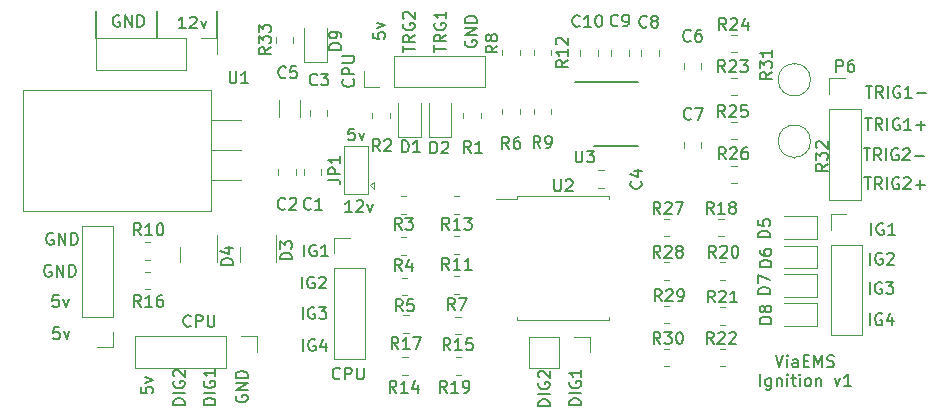
<source format=gto>
G04 #@! TF.GenerationSoftware,KiCad,Pcbnew,6.0.9+dfsg-1~bpo11+1*
G04 #@! TF.CreationDate,2022-12-29T09:56:33-05:00*
G04 #@! TF.ProjectId,io,696f2e6b-6963-4616-945f-706362585858,rev?*
G04 #@! TF.SameCoordinates,Original*
G04 #@! TF.FileFunction,Legend,Top*
G04 #@! TF.FilePolarity,Positive*
%FSLAX46Y46*%
G04 Gerber Fmt 4.6, Leading zero omitted, Abs format (unit mm)*
G04 Created by KiCad (PCBNEW 6.0.9+dfsg-1~bpo11+1) date 2022-12-29 09:56:33*
%MOMM*%
%LPD*%
G01*
G04 APERTURE LIST*
%ADD10C,0.150000*%
%ADD11C,0.120000*%
G04 APERTURE END LIST*
D10*
X39675000Y-127597500D02*
X39675000Y-125297500D01*
X44825000Y-127597500D02*
X44825000Y-125297500D01*
X49930000Y-127592500D02*
X49930000Y-125247500D01*
X47253571Y-126749880D02*
X46682142Y-126749880D01*
X46967857Y-126749880D02*
X46967857Y-125749880D01*
X46872619Y-125892738D01*
X46777380Y-125987976D01*
X46682142Y-126035595D01*
X47634523Y-125845119D02*
X47682142Y-125797500D01*
X47777380Y-125749880D01*
X48015476Y-125749880D01*
X48110714Y-125797500D01*
X48158333Y-125845119D01*
X48205952Y-125940357D01*
X48205952Y-126035595D01*
X48158333Y-126178452D01*
X47586904Y-126749880D01*
X48205952Y-126749880D01*
X48539285Y-126083214D02*
X48777380Y-126749880D01*
X49015476Y-126083214D01*
X47695714Y-151927142D02*
X47648095Y-151974761D01*
X47505238Y-152022380D01*
X47410000Y-152022380D01*
X47267142Y-151974761D01*
X47171904Y-151879523D01*
X47124285Y-151784285D01*
X47076666Y-151593809D01*
X47076666Y-151450952D01*
X47124285Y-151260476D01*
X47171904Y-151165238D01*
X47267142Y-151070000D01*
X47410000Y-151022380D01*
X47505238Y-151022380D01*
X47648095Y-151070000D01*
X47695714Y-151117619D01*
X48124285Y-152022380D02*
X48124285Y-151022380D01*
X48505238Y-151022380D01*
X48600476Y-151070000D01*
X48648095Y-151117619D01*
X48695714Y-151212857D01*
X48695714Y-151355714D01*
X48648095Y-151450952D01*
X48600476Y-151498571D01*
X48505238Y-151546190D01*
X48124285Y-151546190D01*
X49124285Y-151022380D02*
X49124285Y-151831904D01*
X49171904Y-151927142D01*
X49219523Y-151974761D01*
X49314761Y-152022380D01*
X49505238Y-152022380D01*
X49600476Y-151974761D01*
X49648095Y-151927142D01*
X49695714Y-151831904D01*
X49695714Y-151022380D01*
X61547142Y-135242380D02*
X61070952Y-135242380D01*
X61023333Y-135718571D01*
X61070952Y-135670952D01*
X61166190Y-135623333D01*
X61404285Y-135623333D01*
X61499523Y-135670952D01*
X61547142Y-135718571D01*
X61594761Y-135813809D01*
X61594761Y-136051904D01*
X61547142Y-136147142D01*
X61499523Y-136194761D01*
X61404285Y-136242380D01*
X61166190Y-136242380D01*
X61070952Y-136194761D01*
X61023333Y-136147142D01*
X61928095Y-135575714D02*
X62166190Y-136242380D01*
X62404285Y-135575714D01*
X41663095Y-125672500D02*
X41567857Y-125624880D01*
X41425000Y-125624880D01*
X41282142Y-125672500D01*
X41186904Y-125767738D01*
X41139285Y-125862976D01*
X41091666Y-126053452D01*
X41091666Y-126196309D01*
X41139285Y-126386785D01*
X41186904Y-126482023D01*
X41282142Y-126577261D01*
X41425000Y-126624880D01*
X41520238Y-126624880D01*
X41663095Y-126577261D01*
X41710714Y-126529642D01*
X41710714Y-126196309D01*
X41520238Y-126196309D01*
X42139285Y-126624880D02*
X42139285Y-125624880D01*
X42710714Y-126624880D01*
X42710714Y-125624880D01*
X43186904Y-126624880D02*
X43186904Y-125624880D01*
X43425000Y-125624880D01*
X43567857Y-125672500D01*
X43663095Y-125767738D01*
X43710714Y-125862976D01*
X43758333Y-126053452D01*
X43758333Y-126196309D01*
X43710714Y-126386785D01*
X43663095Y-126482023D01*
X43567857Y-126577261D01*
X43425000Y-126624880D01*
X43186904Y-126624880D01*
X105203809Y-151882380D02*
X105203809Y-150882380D01*
X106203809Y-150930000D02*
X106108571Y-150882380D01*
X105965714Y-150882380D01*
X105822857Y-150930000D01*
X105727619Y-151025238D01*
X105680000Y-151120476D01*
X105632380Y-151310952D01*
X105632380Y-151453809D01*
X105680000Y-151644285D01*
X105727619Y-151739523D01*
X105822857Y-151834761D01*
X105965714Y-151882380D01*
X106060952Y-151882380D01*
X106203809Y-151834761D01*
X106251428Y-151787142D01*
X106251428Y-151453809D01*
X106060952Y-151453809D01*
X107108571Y-151215714D02*
X107108571Y-151882380D01*
X106870476Y-150834761D02*
X106632380Y-151549047D01*
X107251428Y-151549047D01*
X104830952Y-131632380D02*
X105402380Y-131632380D01*
X105116666Y-132632380D02*
X105116666Y-131632380D01*
X106307142Y-132632380D02*
X105973809Y-132156190D01*
X105735714Y-132632380D02*
X105735714Y-131632380D01*
X106116666Y-131632380D01*
X106211904Y-131680000D01*
X106259523Y-131727619D01*
X106307142Y-131822857D01*
X106307142Y-131965714D01*
X106259523Y-132060952D01*
X106211904Y-132108571D01*
X106116666Y-132156190D01*
X105735714Y-132156190D01*
X106735714Y-132632380D02*
X106735714Y-131632380D01*
X107735714Y-131680000D02*
X107640476Y-131632380D01*
X107497619Y-131632380D01*
X107354761Y-131680000D01*
X107259523Y-131775238D01*
X107211904Y-131870476D01*
X107164285Y-132060952D01*
X107164285Y-132203809D01*
X107211904Y-132394285D01*
X107259523Y-132489523D01*
X107354761Y-132584761D01*
X107497619Y-132632380D01*
X107592857Y-132632380D01*
X107735714Y-132584761D01*
X107783333Y-132537142D01*
X107783333Y-132203809D01*
X107592857Y-132203809D01*
X108735714Y-132632380D02*
X108164285Y-132632380D01*
X108450000Y-132632380D02*
X108450000Y-131632380D01*
X108354761Y-131775238D01*
X108259523Y-131870476D01*
X108164285Y-131918095D01*
X109164285Y-132251428D02*
X109926190Y-132251428D01*
X36557142Y-152062380D02*
X36080952Y-152062380D01*
X36033333Y-152538571D01*
X36080952Y-152490952D01*
X36176190Y-152443333D01*
X36414285Y-152443333D01*
X36509523Y-152490952D01*
X36557142Y-152538571D01*
X36604761Y-152633809D01*
X36604761Y-152871904D01*
X36557142Y-152967142D01*
X36509523Y-153014761D01*
X36414285Y-153062380D01*
X36176190Y-153062380D01*
X36080952Y-153014761D01*
X36033333Y-152967142D01*
X36938095Y-152395714D02*
X37176190Y-153062380D01*
X37414285Y-152395714D01*
X60335714Y-156367142D02*
X60288095Y-156414761D01*
X60145238Y-156462380D01*
X60050000Y-156462380D01*
X59907142Y-156414761D01*
X59811904Y-156319523D01*
X59764285Y-156224285D01*
X59716666Y-156033809D01*
X59716666Y-155890952D01*
X59764285Y-155700476D01*
X59811904Y-155605238D01*
X59907142Y-155510000D01*
X60050000Y-155462380D01*
X60145238Y-155462380D01*
X60288095Y-155510000D01*
X60335714Y-155557619D01*
X60764285Y-156462380D02*
X60764285Y-155462380D01*
X61145238Y-155462380D01*
X61240476Y-155510000D01*
X61288095Y-155557619D01*
X61335714Y-155652857D01*
X61335714Y-155795714D01*
X61288095Y-155890952D01*
X61240476Y-155938571D01*
X61145238Y-155986190D01*
X60764285Y-155986190D01*
X61764285Y-155462380D02*
X61764285Y-156271904D01*
X61811904Y-156367142D01*
X61859523Y-156414761D01*
X61954761Y-156462380D01*
X62145238Y-156462380D01*
X62240476Y-156414761D01*
X62288095Y-156367142D01*
X62335714Y-156271904D01*
X62335714Y-155462380D01*
X51550000Y-157851904D02*
X51502380Y-157947142D01*
X51502380Y-158090000D01*
X51550000Y-158232857D01*
X51645238Y-158328095D01*
X51740476Y-158375714D01*
X51930952Y-158423333D01*
X52073809Y-158423333D01*
X52264285Y-158375714D01*
X52359523Y-158328095D01*
X52454761Y-158232857D01*
X52502380Y-158090000D01*
X52502380Y-157994761D01*
X52454761Y-157851904D01*
X52407142Y-157804285D01*
X52073809Y-157804285D01*
X52073809Y-157994761D01*
X52502380Y-157375714D02*
X51502380Y-157375714D01*
X52502380Y-156804285D01*
X51502380Y-156804285D01*
X52502380Y-156328095D02*
X51502380Y-156328095D01*
X51502380Y-156090000D01*
X51550000Y-155947142D01*
X51645238Y-155851904D01*
X51740476Y-155804285D01*
X51930952Y-155756666D01*
X52073809Y-155756666D01*
X52264285Y-155804285D01*
X52359523Y-155851904D01*
X52454761Y-155947142D01*
X52502380Y-156090000D01*
X52502380Y-156328095D01*
X70950000Y-127786904D02*
X70902380Y-127882142D01*
X70902380Y-128025000D01*
X70950000Y-128167857D01*
X71045238Y-128263095D01*
X71140476Y-128310714D01*
X71330952Y-128358333D01*
X71473809Y-128358333D01*
X71664285Y-128310714D01*
X71759523Y-128263095D01*
X71854761Y-128167857D01*
X71902380Y-128025000D01*
X71902380Y-127929761D01*
X71854761Y-127786904D01*
X71807142Y-127739285D01*
X71473809Y-127739285D01*
X71473809Y-127929761D01*
X71902380Y-127310714D02*
X70902380Y-127310714D01*
X71902380Y-126739285D01*
X70902380Y-126739285D01*
X71902380Y-126263095D02*
X70902380Y-126263095D01*
X70902380Y-126025000D01*
X70950000Y-125882142D01*
X71045238Y-125786904D01*
X71140476Y-125739285D01*
X71330952Y-125691666D01*
X71473809Y-125691666D01*
X71664285Y-125739285D01*
X71759523Y-125786904D01*
X71854761Y-125882142D01*
X71902380Y-126025000D01*
X71902380Y-126263095D01*
X47202380Y-158641190D02*
X46202380Y-158641190D01*
X46202380Y-158403095D01*
X46250000Y-158260238D01*
X46345238Y-158165000D01*
X46440476Y-158117380D01*
X46630952Y-158069761D01*
X46773809Y-158069761D01*
X46964285Y-158117380D01*
X47059523Y-158165000D01*
X47154761Y-158260238D01*
X47202380Y-158403095D01*
X47202380Y-158641190D01*
X47202380Y-157641190D02*
X46202380Y-157641190D01*
X46250000Y-156641190D02*
X46202380Y-156736428D01*
X46202380Y-156879285D01*
X46250000Y-157022142D01*
X46345238Y-157117380D01*
X46440476Y-157165000D01*
X46630952Y-157212619D01*
X46773809Y-157212619D01*
X46964285Y-157165000D01*
X47059523Y-157117380D01*
X47154761Y-157022142D01*
X47202380Y-156879285D01*
X47202380Y-156784047D01*
X47154761Y-156641190D01*
X47107142Y-156593571D01*
X46773809Y-156593571D01*
X46773809Y-156784047D01*
X46297619Y-156212619D02*
X46250000Y-156165000D01*
X46202380Y-156069761D01*
X46202380Y-155831666D01*
X46250000Y-155736428D01*
X46297619Y-155688809D01*
X46392857Y-155641190D01*
X46488095Y-155641190D01*
X46630952Y-155688809D01*
X47202380Y-156260238D01*
X47202380Y-155641190D01*
X61348571Y-142292380D02*
X60777142Y-142292380D01*
X61062857Y-142292380D02*
X61062857Y-141292380D01*
X60967619Y-141435238D01*
X60872380Y-141530476D01*
X60777142Y-141578095D01*
X61729523Y-141387619D02*
X61777142Y-141340000D01*
X61872380Y-141292380D01*
X62110476Y-141292380D01*
X62205714Y-141340000D01*
X62253333Y-141387619D01*
X62300952Y-141482857D01*
X62300952Y-141578095D01*
X62253333Y-141720952D01*
X61681904Y-142292380D01*
X62300952Y-142292380D01*
X62634285Y-141625714D02*
X62872380Y-142292380D01*
X63110476Y-141625714D01*
X65652380Y-128781904D02*
X65652380Y-128210476D01*
X66652380Y-128496190D02*
X65652380Y-128496190D01*
X66652380Y-127305714D02*
X66176190Y-127639047D01*
X66652380Y-127877142D02*
X65652380Y-127877142D01*
X65652380Y-127496190D01*
X65700000Y-127400952D01*
X65747619Y-127353333D01*
X65842857Y-127305714D01*
X65985714Y-127305714D01*
X66080952Y-127353333D01*
X66128571Y-127400952D01*
X66176190Y-127496190D01*
X66176190Y-127877142D01*
X65700000Y-126353333D02*
X65652380Y-126448571D01*
X65652380Y-126591428D01*
X65700000Y-126734285D01*
X65795238Y-126829523D01*
X65890476Y-126877142D01*
X66080952Y-126924761D01*
X66223809Y-126924761D01*
X66414285Y-126877142D01*
X66509523Y-126829523D01*
X66604761Y-126734285D01*
X66652380Y-126591428D01*
X66652380Y-126496190D01*
X66604761Y-126353333D01*
X66557142Y-126305714D01*
X66223809Y-126305714D01*
X66223809Y-126496190D01*
X65747619Y-125924761D02*
X65700000Y-125877142D01*
X65652380Y-125781904D01*
X65652380Y-125543809D01*
X65700000Y-125448571D01*
X65747619Y-125400952D01*
X65842857Y-125353333D01*
X65938095Y-125353333D01*
X66080952Y-125400952D01*
X66652380Y-125972380D01*
X66652380Y-125353333D01*
X78112380Y-158736190D02*
X77112380Y-158736190D01*
X77112380Y-158498095D01*
X77160000Y-158355238D01*
X77255238Y-158260000D01*
X77350476Y-158212380D01*
X77540952Y-158164761D01*
X77683809Y-158164761D01*
X77874285Y-158212380D01*
X77969523Y-158260000D01*
X78064761Y-158355238D01*
X78112380Y-158498095D01*
X78112380Y-158736190D01*
X78112380Y-157736190D02*
X77112380Y-157736190D01*
X77160000Y-156736190D02*
X77112380Y-156831428D01*
X77112380Y-156974285D01*
X77160000Y-157117142D01*
X77255238Y-157212380D01*
X77350476Y-157260000D01*
X77540952Y-157307619D01*
X77683809Y-157307619D01*
X77874285Y-157260000D01*
X77969523Y-157212380D01*
X78064761Y-157117142D01*
X78112380Y-156974285D01*
X78112380Y-156879047D01*
X78064761Y-156736190D01*
X78017142Y-156688571D01*
X77683809Y-156688571D01*
X77683809Y-156879047D01*
X77207619Y-156307619D02*
X77160000Y-156260000D01*
X77112380Y-156164761D01*
X77112380Y-155926666D01*
X77160000Y-155831428D01*
X77207619Y-155783809D01*
X77302857Y-155736190D01*
X77398095Y-155736190D01*
X77540952Y-155783809D01*
X78112380Y-156355238D01*
X78112380Y-155736190D01*
X105183809Y-149222380D02*
X105183809Y-148222380D01*
X106183809Y-148270000D02*
X106088571Y-148222380D01*
X105945714Y-148222380D01*
X105802857Y-148270000D01*
X105707619Y-148365238D01*
X105660000Y-148460476D01*
X105612380Y-148650952D01*
X105612380Y-148793809D01*
X105660000Y-148984285D01*
X105707619Y-149079523D01*
X105802857Y-149174761D01*
X105945714Y-149222380D01*
X106040952Y-149222380D01*
X106183809Y-149174761D01*
X106231428Y-149127142D01*
X106231428Y-148793809D01*
X106040952Y-148793809D01*
X106564761Y-148222380D02*
X107183809Y-148222380D01*
X106850476Y-148603333D01*
X106993333Y-148603333D01*
X107088571Y-148650952D01*
X107136190Y-148698571D01*
X107183809Y-148793809D01*
X107183809Y-149031904D01*
X107136190Y-149127142D01*
X107088571Y-149174761D01*
X106993333Y-149222380D01*
X106707619Y-149222380D01*
X106612380Y-149174761D01*
X106564761Y-149127142D01*
X49777380Y-158616190D02*
X48777380Y-158616190D01*
X48777380Y-158378095D01*
X48825000Y-158235238D01*
X48920238Y-158140000D01*
X49015476Y-158092380D01*
X49205952Y-158044761D01*
X49348809Y-158044761D01*
X49539285Y-158092380D01*
X49634523Y-158140000D01*
X49729761Y-158235238D01*
X49777380Y-158378095D01*
X49777380Y-158616190D01*
X49777380Y-157616190D02*
X48777380Y-157616190D01*
X48825000Y-156616190D02*
X48777380Y-156711428D01*
X48777380Y-156854285D01*
X48825000Y-156997142D01*
X48920238Y-157092380D01*
X49015476Y-157140000D01*
X49205952Y-157187619D01*
X49348809Y-157187619D01*
X49539285Y-157140000D01*
X49634523Y-157092380D01*
X49729761Y-156997142D01*
X49777380Y-156854285D01*
X49777380Y-156759047D01*
X49729761Y-156616190D01*
X49682142Y-156568571D01*
X49348809Y-156568571D01*
X49348809Y-156759047D01*
X49777380Y-155616190D02*
X49777380Y-156187619D01*
X49777380Y-155901904D02*
X48777380Y-155901904D01*
X48920238Y-155997142D01*
X49015476Y-156092380D01*
X49063095Y-156187619D01*
X57138809Y-148762380D02*
X57138809Y-147762380D01*
X58138809Y-147810000D02*
X58043571Y-147762380D01*
X57900714Y-147762380D01*
X57757857Y-147810000D01*
X57662619Y-147905238D01*
X57615000Y-148000476D01*
X57567380Y-148190952D01*
X57567380Y-148333809D01*
X57615000Y-148524285D01*
X57662619Y-148619523D01*
X57757857Y-148714761D01*
X57900714Y-148762380D01*
X57995952Y-148762380D01*
X58138809Y-148714761D01*
X58186428Y-148667142D01*
X58186428Y-148333809D01*
X57995952Y-148333809D01*
X58567380Y-147857619D02*
X58615000Y-147810000D01*
X58710238Y-147762380D01*
X58948333Y-147762380D01*
X59043571Y-147810000D01*
X59091190Y-147857619D01*
X59138809Y-147952857D01*
X59138809Y-148048095D01*
X59091190Y-148190952D01*
X58519761Y-148762380D01*
X59138809Y-148762380D01*
X104670952Y-136912380D02*
X105242380Y-136912380D01*
X104956666Y-137912380D02*
X104956666Y-136912380D01*
X106147142Y-137912380D02*
X105813809Y-137436190D01*
X105575714Y-137912380D02*
X105575714Y-136912380D01*
X105956666Y-136912380D01*
X106051904Y-136960000D01*
X106099523Y-137007619D01*
X106147142Y-137102857D01*
X106147142Y-137245714D01*
X106099523Y-137340952D01*
X106051904Y-137388571D01*
X105956666Y-137436190D01*
X105575714Y-137436190D01*
X106575714Y-137912380D02*
X106575714Y-136912380D01*
X107575714Y-136960000D02*
X107480476Y-136912380D01*
X107337619Y-136912380D01*
X107194761Y-136960000D01*
X107099523Y-137055238D01*
X107051904Y-137150476D01*
X107004285Y-137340952D01*
X107004285Y-137483809D01*
X107051904Y-137674285D01*
X107099523Y-137769523D01*
X107194761Y-137864761D01*
X107337619Y-137912380D01*
X107432857Y-137912380D01*
X107575714Y-137864761D01*
X107623333Y-137817142D01*
X107623333Y-137483809D01*
X107432857Y-137483809D01*
X108004285Y-137007619D02*
X108051904Y-136960000D01*
X108147142Y-136912380D01*
X108385238Y-136912380D01*
X108480476Y-136960000D01*
X108528095Y-137007619D01*
X108575714Y-137102857D01*
X108575714Y-137198095D01*
X108528095Y-137340952D01*
X107956666Y-137912380D01*
X108575714Y-137912380D01*
X109004285Y-137531428D02*
X109766190Y-137531428D01*
X80752380Y-158656190D02*
X79752380Y-158656190D01*
X79752380Y-158418095D01*
X79800000Y-158275238D01*
X79895238Y-158180000D01*
X79990476Y-158132380D01*
X80180952Y-158084761D01*
X80323809Y-158084761D01*
X80514285Y-158132380D01*
X80609523Y-158180000D01*
X80704761Y-158275238D01*
X80752380Y-158418095D01*
X80752380Y-158656190D01*
X80752380Y-157656190D02*
X79752380Y-157656190D01*
X79800000Y-156656190D02*
X79752380Y-156751428D01*
X79752380Y-156894285D01*
X79800000Y-157037142D01*
X79895238Y-157132380D01*
X79990476Y-157180000D01*
X80180952Y-157227619D01*
X80323809Y-157227619D01*
X80514285Y-157180000D01*
X80609523Y-157132380D01*
X80704761Y-157037142D01*
X80752380Y-156894285D01*
X80752380Y-156799047D01*
X80704761Y-156656190D01*
X80657142Y-156608571D01*
X80323809Y-156608571D01*
X80323809Y-156799047D01*
X80752380Y-155656190D02*
X80752380Y-156227619D01*
X80752380Y-155941904D02*
X79752380Y-155941904D01*
X79895238Y-156037142D01*
X79990476Y-156132380D01*
X80038095Y-156227619D01*
X63127380Y-127117857D02*
X63127380Y-127594047D01*
X63603571Y-127641666D01*
X63555952Y-127594047D01*
X63508333Y-127498809D01*
X63508333Y-127260714D01*
X63555952Y-127165476D01*
X63603571Y-127117857D01*
X63698809Y-127070238D01*
X63936904Y-127070238D01*
X64032142Y-127117857D01*
X64079761Y-127165476D01*
X64127380Y-127260714D01*
X64127380Y-127498809D01*
X64079761Y-127594047D01*
X64032142Y-127641666D01*
X63460714Y-126736904D02*
X64127380Y-126498809D01*
X63460714Y-126260714D01*
X61447142Y-131074285D02*
X61494761Y-131121904D01*
X61542380Y-131264761D01*
X61542380Y-131360000D01*
X61494761Y-131502857D01*
X61399523Y-131598095D01*
X61304285Y-131645714D01*
X61113809Y-131693333D01*
X60970952Y-131693333D01*
X60780476Y-131645714D01*
X60685238Y-131598095D01*
X60590000Y-131502857D01*
X60542380Y-131360000D01*
X60542380Y-131264761D01*
X60590000Y-131121904D01*
X60637619Y-131074285D01*
X61542380Y-130645714D02*
X60542380Y-130645714D01*
X60542380Y-130264761D01*
X60590000Y-130169523D01*
X60637619Y-130121904D01*
X60732857Y-130074285D01*
X60875714Y-130074285D01*
X60970952Y-130121904D01*
X61018571Y-130169523D01*
X61066190Y-130264761D01*
X61066190Y-130645714D01*
X60542380Y-129645714D02*
X61351904Y-129645714D01*
X61447142Y-129598095D01*
X61494761Y-129550476D01*
X61542380Y-129455238D01*
X61542380Y-129264761D01*
X61494761Y-129169523D01*
X61447142Y-129121904D01*
X61351904Y-129074285D01*
X60542380Y-129074285D01*
X104780952Y-134352380D02*
X105352380Y-134352380D01*
X105066666Y-135352380D02*
X105066666Y-134352380D01*
X106257142Y-135352380D02*
X105923809Y-134876190D01*
X105685714Y-135352380D02*
X105685714Y-134352380D01*
X106066666Y-134352380D01*
X106161904Y-134400000D01*
X106209523Y-134447619D01*
X106257142Y-134542857D01*
X106257142Y-134685714D01*
X106209523Y-134780952D01*
X106161904Y-134828571D01*
X106066666Y-134876190D01*
X105685714Y-134876190D01*
X106685714Y-135352380D02*
X106685714Y-134352380D01*
X107685714Y-134400000D02*
X107590476Y-134352380D01*
X107447619Y-134352380D01*
X107304761Y-134400000D01*
X107209523Y-134495238D01*
X107161904Y-134590476D01*
X107114285Y-134780952D01*
X107114285Y-134923809D01*
X107161904Y-135114285D01*
X107209523Y-135209523D01*
X107304761Y-135304761D01*
X107447619Y-135352380D01*
X107542857Y-135352380D01*
X107685714Y-135304761D01*
X107733333Y-135257142D01*
X107733333Y-134923809D01*
X107542857Y-134923809D01*
X108685714Y-135352380D02*
X108114285Y-135352380D01*
X108400000Y-135352380D02*
X108400000Y-134352380D01*
X108304761Y-134495238D01*
X108209523Y-134590476D01*
X108114285Y-134638095D01*
X109114285Y-134971428D02*
X109876190Y-134971428D01*
X109495238Y-135352380D02*
X109495238Y-134590476D01*
X97206190Y-154427380D02*
X97539523Y-155427380D01*
X97872857Y-154427380D01*
X98206190Y-155427380D02*
X98206190Y-154760714D01*
X98206190Y-154427380D02*
X98158571Y-154475000D01*
X98206190Y-154522619D01*
X98253809Y-154475000D01*
X98206190Y-154427380D01*
X98206190Y-154522619D01*
X99110952Y-155427380D02*
X99110952Y-154903571D01*
X99063333Y-154808333D01*
X98968095Y-154760714D01*
X98777619Y-154760714D01*
X98682380Y-154808333D01*
X99110952Y-155379761D02*
X99015714Y-155427380D01*
X98777619Y-155427380D01*
X98682380Y-155379761D01*
X98634761Y-155284523D01*
X98634761Y-155189285D01*
X98682380Y-155094047D01*
X98777619Y-155046428D01*
X99015714Y-155046428D01*
X99110952Y-154998809D01*
X99587142Y-154903571D02*
X99920476Y-154903571D01*
X100063333Y-155427380D02*
X99587142Y-155427380D01*
X99587142Y-154427380D01*
X100063333Y-154427380D01*
X100491904Y-155427380D02*
X100491904Y-154427380D01*
X100825238Y-155141666D01*
X101158571Y-154427380D01*
X101158571Y-155427380D01*
X101587142Y-155379761D02*
X101730000Y-155427380D01*
X101968095Y-155427380D01*
X102063333Y-155379761D01*
X102110952Y-155332142D01*
X102158571Y-155236904D01*
X102158571Y-155141666D01*
X102110952Y-155046428D01*
X102063333Y-154998809D01*
X101968095Y-154951190D01*
X101777619Y-154903571D01*
X101682380Y-154855952D01*
X101634761Y-154808333D01*
X101587142Y-154713095D01*
X101587142Y-154617857D01*
X101634761Y-154522619D01*
X101682380Y-154475000D01*
X101777619Y-154427380D01*
X102015714Y-154427380D01*
X102158571Y-154475000D01*
X95920476Y-157037380D02*
X95920476Y-156037380D01*
X96825238Y-156370714D02*
X96825238Y-157180238D01*
X96777619Y-157275476D01*
X96730000Y-157323095D01*
X96634761Y-157370714D01*
X96491904Y-157370714D01*
X96396666Y-157323095D01*
X96825238Y-156989761D02*
X96730000Y-157037380D01*
X96539523Y-157037380D01*
X96444285Y-156989761D01*
X96396666Y-156942142D01*
X96349047Y-156846904D01*
X96349047Y-156561190D01*
X96396666Y-156465952D01*
X96444285Y-156418333D01*
X96539523Y-156370714D01*
X96730000Y-156370714D01*
X96825238Y-156418333D01*
X97301428Y-156370714D02*
X97301428Y-157037380D01*
X97301428Y-156465952D02*
X97349047Y-156418333D01*
X97444285Y-156370714D01*
X97587142Y-156370714D01*
X97682380Y-156418333D01*
X97730000Y-156513571D01*
X97730000Y-157037380D01*
X98206190Y-157037380D02*
X98206190Y-156370714D01*
X98206190Y-156037380D02*
X98158571Y-156085000D01*
X98206190Y-156132619D01*
X98253809Y-156085000D01*
X98206190Y-156037380D01*
X98206190Y-156132619D01*
X98539523Y-156370714D02*
X98920476Y-156370714D01*
X98682380Y-156037380D02*
X98682380Y-156894523D01*
X98730000Y-156989761D01*
X98825238Y-157037380D01*
X98920476Y-157037380D01*
X99253809Y-157037380D02*
X99253809Y-156370714D01*
X99253809Y-156037380D02*
X99206190Y-156085000D01*
X99253809Y-156132619D01*
X99301428Y-156085000D01*
X99253809Y-156037380D01*
X99253809Y-156132619D01*
X99872857Y-157037380D02*
X99777619Y-156989761D01*
X99730000Y-156942142D01*
X99682380Y-156846904D01*
X99682380Y-156561190D01*
X99730000Y-156465952D01*
X99777619Y-156418333D01*
X99872857Y-156370714D01*
X100015714Y-156370714D01*
X100110952Y-156418333D01*
X100158571Y-156465952D01*
X100206190Y-156561190D01*
X100206190Y-156846904D01*
X100158571Y-156942142D01*
X100110952Y-156989761D01*
X100015714Y-157037380D01*
X99872857Y-157037380D01*
X100634761Y-156370714D02*
X100634761Y-157037380D01*
X100634761Y-156465952D02*
X100682380Y-156418333D01*
X100777619Y-156370714D01*
X100920476Y-156370714D01*
X101015714Y-156418333D01*
X101063333Y-156513571D01*
X101063333Y-157037380D01*
X102206190Y-156370714D02*
X102444285Y-157037380D01*
X102682380Y-156370714D01*
X103587142Y-157037380D02*
X103015714Y-157037380D01*
X103301428Y-157037380D02*
X103301428Y-156037380D01*
X103206190Y-156180238D01*
X103110952Y-156275476D01*
X103015714Y-156323095D01*
X57163809Y-151337380D02*
X57163809Y-150337380D01*
X58163809Y-150385000D02*
X58068571Y-150337380D01*
X57925714Y-150337380D01*
X57782857Y-150385000D01*
X57687619Y-150480238D01*
X57640000Y-150575476D01*
X57592380Y-150765952D01*
X57592380Y-150908809D01*
X57640000Y-151099285D01*
X57687619Y-151194523D01*
X57782857Y-151289761D01*
X57925714Y-151337380D01*
X58020952Y-151337380D01*
X58163809Y-151289761D01*
X58211428Y-151242142D01*
X58211428Y-150908809D01*
X58020952Y-150908809D01*
X58544761Y-150337380D02*
X59163809Y-150337380D01*
X58830476Y-150718333D01*
X58973333Y-150718333D01*
X59068571Y-150765952D01*
X59116190Y-150813571D01*
X59163809Y-150908809D01*
X59163809Y-151146904D01*
X59116190Y-151242142D01*
X59068571Y-151289761D01*
X58973333Y-151337380D01*
X58687619Y-151337380D01*
X58592380Y-151289761D01*
X58544761Y-151242142D01*
X36038095Y-144110000D02*
X35942857Y-144062380D01*
X35800000Y-144062380D01*
X35657142Y-144110000D01*
X35561904Y-144205238D01*
X35514285Y-144300476D01*
X35466666Y-144490952D01*
X35466666Y-144633809D01*
X35514285Y-144824285D01*
X35561904Y-144919523D01*
X35657142Y-145014761D01*
X35800000Y-145062380D01*
X35895238Y-145062380D01*
X36038095Y-145014761D01*
X36085714Y-144967142D01*
X36085714Y-144633809D01*
X35895238Y-144633809D01*
X36514285Y-145062380D02*
X36514285Y-144062380D01*
X37085714Y-145062380D01*
X37085714Y-144062380D01*
X37561904Y-145062380D02*
X37561904Y-144062380D01*
X37800000Y-144062380D01*
X37942857Y-144110000D01*
X38038095Y-144205238D01*
X38085714Y-144300476D01*
X38133333Y-144490952D01*
X38133333Y-144633809D01*
X38085714Y-144824285D01*
X38038095Y-144919523D01*
X37942857Y-145014761D01*
X37800000Y-145062380D01*
X37561904Y-145062380D01*
X57313809Y-146062380D02*
X57313809Y-145062380D01*
X58313809Y-145110000D02*
X58218571Y-145062380D01*
X58075714Y-145062380D01*
X57932857Y-145110000D01*
X57837619Y-145205238D01*
X57790000Y-145300476D01*
X57742380Y-145490952D01*
X57742380Y-145633809D01*
X57790000Y-145824285D01*
X57837619Y-145919523D01*
X57932857Y-146014761D01*
X58075714Y-146062380D01*
X58170952Y-146062380D01*
X58313809Y-146014761D01*
X58361428Y-145967142D01*
X58361428Y-145633809D01*
X58170952Y-145633809D01*
X59313809Y-146062380D02*
X58742380Y-146062380D01*
X59028095Y-146062380D02*
X59028095Y-145062380D01*
X58932857Y-145205238D01*
X58837619Y-145300476D01*
X58742380Y-145348095D01*
X104730952Y-139362380D02*
X105302380Y-139362380D01*
X105016666Y-140362380D02*
X105016666Y-139362380D01*
X106207142Y-140362380D02*
X105873809Y-139886190D01*
X105635714Y-140362380D02*
X105635714Y-139362380D01*
X106016666Y-139362380D01*
X106111904Y-139410000D01*
X106159523Y-139457619D01*
X106207142Y-139552857D01*
X106207142Y-139695714D01*
X106159523Y-139790952D01*
X106111904Y-139838571D01*
X106016666Y-139886190D01*
X105635714Y-139886190D01*
X106635714Y-140362380D02*
X106635714Y-139362380D01*
X107635714Y-139410000D02*
X107540476Y-139362380D01*
X107397619Y-139362380D01*
X107254761Y-139410000D01*
X107159523Y-139505238D01*
X107111904Y-139600476D01*
X107064285Y-139790952D01*
X107064285Y-139933809D01*
X107111904Y-140124285D01*
X107159523Y-140219523D01*
X107254761Y-140314761D01*
X107397619Y-140362380D01*
X107492857Y-140362380D01*
X107635714Y-140314761D01*
X107683333Y-140267142D01*
X107683333Y-139933809D01*
X107492857Y-139933809D01*
X108064285Y-139457619D02*
X108111904Y-139410000D01*
X108207142Y-139362380D01*
X108445238Y-139362380D01*
X108540476Y-139410000D01*
X108588095Y-139457619D01*
X108635714Y-139552857D01*
X108635714Y-139648095D01*
X108588095Y-139790952D01*
X108016666Y-140362380D01*
X108635714Y-140362380D01*
X109064285Y-139981428D02*
X109826190Y-139981428D01*
X109445238Y-140362380D02*
X109445238Y-139600476D01*
X36507142Y-149337380D02*
X36030952Y-149337380D01*
X35983333Y-149813571D01*
X36030952Y-149765952D01*
X36126190Y-149718333D01*
X36364285Y-149718333D01*
X36459523Y-149765952D01*
X36507142Y-149813571D01*
X36554761Y-149908809D01*
X36554761Y-150146904D01*
X36507142Y-150242142D01*
X36459523Y-150289761D01*
X36364285Y-150337380D01*
X36126190Y-150337380D01*
X36030952Y-150289761D01*
X35983333Y-150242142D01*
X36888095Y-149670714D02*
X37126190Y-150337380D01*
X37364285Y-149670714D01*
X43502380Y-157132857D02*
X43502380Y-157609047D01*
X43978571Y-157656666D01*
X43930952Y-157609047D01*
X43883333Y-157513809D01*
X43883333Y-157275714D01*
X43930952Y-157180476D01*
X43978571Y-157132857D01*
X44073809Y-157085238D01*
X44311904Y-157085238D01*
X44407142Y-157132857D01*
X44454761Y-157180476D01*
X44502380Y-157275714D01*
X44502380Y-157513809D01*
X44454761Y-157609047D01*
X44407142Y-157656666D01*
X43835714Y-156751904D02*
X44502380Y-156513809D01*
X43835714Y-156275714D01*
X57213809Y-154062380D02*
X57213809Y-153062380D01*
X58213809Y-153110000D02*
X58118571Y-153062380D01*
X57975714Y-153062380D01*
X57832857Y-153110000D01*
X57737619Y-153205238D01*
X57690000Y-153300476D01*
X57642380Y-153490952D01*
X57642380Y-153633809D01*
X57690000Y-153824285D01*
X57737619Y-153919523D01*
X57832857Y-154014761D01*
X57975714Y-154062380D01*
X58070952Y-154062380D01*
X58213809Y-154014761D01*
X58261428Y-153967142D01*
X58261428Y-153633809D01*
X58070952Y-153633809D01*
X59118571Y-153395714D02*
X59118571Y-154062380D01*
X58880476Y-153014761D02*
X58642380Y-153729047D01*
X59261428Y-153729047D01*
X105323809Y-144232380D02*
X105323809Y-143232380D01*
X106323809Y-143280000D02*
X106228571Y-143232380D01*
X106085714Y-143232380D01*
X105942857Y-143280000D01*
X105847619Y-143375238D01*
X105800000Y-143470476D01*
X105752380Y-143660952D01*
X105752380Y-143803809D01*
X105800000Y-143994285D01*
X105847619Y-144089523D01*
X105942857Y-144184761D01*
X106085714Y-144232380D01*
X106180952Y-144232380D01*
X106323809Y-144184761D01*
X106371428Y-144137142D01*
X106371428Y-143803809D01*
X106180952Y-143803809D01*
X107323809Y-144232380D02*
X106752380Y-144232380D01*
X107038095Y-144232380D02*
X107038095Y-143232380D01*
X106942857Y-143375238D01*
X106847619Y-143470476D01*
X106752380Y-143518095D01*
X68312380Y-128761904D02*
X68312380Y-128190476D01*
X69312380Y-128476190D02*
X68312380Y-128476190D01*
X69312380Y-127285714D02*
X68836190Y-127619047D01*
X69312380Y-127857142D02*
X68312380Y-127857142D01*
X68312380Y-127476190D01*
X68360000Y-127380952D01*
X68407619Y-127333333D01*
X68502857Y-127285714D01*
X68645714Y-127285714D01*
X68740952Y-127333333D01*
X68788571Y-127380952D01*
X68836190Y-127476190D01*
X68836190Y-127857142D01*
X68360000Y-126333333D02*
X68312380Y-126428571D01*
X68312380Y-126571428D01*
X68360000Y-126714285D01*
X68455238Y-126809523D01*
X68550476Y-126857142D01*
X68740952Y-126904761D01*
X68883809Y-126904761D01*
X69074285Y-126857142D01*
X69169523Y-126809523D01*
X69264761Y-126714285D01*
X69312380Y-126571428D01*
X69312380Y-126476190D01*
X69264761Y-126333333D01*
X69217142Y-126285714D01*
X68883809Y-126285714D01*
X68883809Y-126476190D01*
X69312380Y-125333333D02*
X69312380Y-125904761D01*
X69312380Y-125619047D02*
X68312380Y-125619047D01*
X68455238Y-125714285D01*
X68550476Y-125809523D01*
X68598095Y-125904761D01*
X35863095Y-146810000D02*
X35767857Y-146762380D01*
X35625000Y-146762380D01*
X35482142Y-146810000D01*
X35386904Y-146905238D01*
X35339285Y-147000476D01*
X35291666Y-147190952D01*
X35291666Y-147333809D01*
X35339285Y-147524285D01*
X35386904Y-147619523D01*
X35482142Y-147714761D01*
X35625000Y-147762380D01*
X35720238Y-147762380D01*
X35863095Y-147714761D01*
X35910714Y-147667142D01*
X35910714Y-147333809D01*
X35720238Y-147333809D01*
X36339285Y-147762380D02*
X36339285Y-146762380D01*
X36910714Y-147762380D01*
X36910714Y-146762380D01*
X37386904Y-147762380D02*
X37386904Y-146762380D01*
X37625000Y-146762380D01*
X37767857Y-146810000D01*
X37863095Y-146905238D01*
X37910714Y-147000476D01*
X37958333Y-147190952D01*
X37958333Y-147333809D01*
X37910714Y-147524285D01*
X37863095Y-147619523D01*
X37767857Y-147714761D01*
X37625000Y-147762380D01*
X37386904Y-147762380D01*
X105223809Y-146742380D02*
X105223809Y-145742380D01*
X106223809Y-145790000D02*
X106128571Y-145742380D01*
X105985714Y-145742380D01*
X105842857Y-145790000D01*
X105747619Y-145885238D01*
X105700000Y-145980476D01*
X105652380Y-146170952D01*
X105652380Y-146313809D01*
X105700000Y-146504285D01*
X105747619Y-146599523D01*
X105842857Y-146694761D01*
X105985714Y-146742380D01*
X106080952Y-146742380D01*
X106223809Y-146694761D01*
X106271428Y-146647142D01*
X106271428Y-146313809D01*
X106080952Y-146313809D01*
X106652380Y-145837619D02*
X106700000Y-145790000D01*
X106795238Y-145742380D01*
X107033333Y-145742380D01*
X107128571Y-145790000D01*
X107176190Y-145837619D01*
X107223809Y-145932857D01*
X107223809Y-146028095D01*
X107176190Y-146170952D01*
X106604761Y-146742380D01*
X107223809Y-146742380D01*
G04 #@! TO.C,C1*
X57873333Y-142007142D02*
X57825714Y-142054761D01*
X57682857Y-142102380D01*
X57587619Y-142102380D01*
X57444761Y-142054761D01*
X57349523Y-141959523D01*
X57301904Y-141864285D01*
X57254285Y-141673809D01*
X57254285Y-141530952D01*
X57301904Y-141340476D01*
X57349523Y-141245238D01*
X57444761Y-141150000D01*
X57587619Y-141102380D01*
X57682857Y-141102380D01*
X57825714Y-141150000D01*
X57873333Y-141197619D01*
X58825714Y-142102380D02*
X58254285Y-142102380D01*
X58540000Y-142102380D02*
X58540000Y-141102380D01*
X58444761Y-141245238D01*
X58349523Y-141340476D01*
X58254285Y-141388095D01*
G04 #@! TO.C,C2*
X55683333Y-142007142D02*
X55635714Y-142054761D01*
X55492857Y-142102380D01*
X55397619Y-142102380D01*
X55254761Y-142054761D01*
X55159523Y-141959523D01*
X55111904Y-141864285D01*
X55064285Y-141673809D01*
X55064285Y-141530952D01*
X55111904Y-141340476D01*
X55159523Y-141245238D01*
X55254761Y-141150000D01*
X55397619Y-141102380D01*
X55492857Y-141102380D01*
X55635714Y-141150000D01*
X55683333Y-141197619D01*
X56064285Y-141197619D02*
X56111904Y-141150000D01*
X56207142Y-141102380D01*
X56445238Y-141102380D01*
X56540476Y-141150000D01*
X56588095Y-141197619D01*
X56635714Y-141292857D01*
X56635714Y-141388095D01*
X56588095Y-141530952D01*
X56016666Y-142102380D01*
X56635714Y-142102380D01*
G04 #@! TO.C,C4*
X85797142Y-139696666D02*
X85844761Y-139744285D01*
X85892380Y-139887142D01*
X85892380Y-139982380D01*
X85844761Y-140125238D01*
X85749523Y-140220476D01*
X85654285Y-140268095D01*
X85463809Y-140315714D01*
X85320952Y-140315714D01*
X85130476Y-140268095D01*
X85035238Y-140220476D01*
X84940000Y-140125238D01*
X84892380Y-139982380D01*
X84892380Y-139887142D01*
X84940000Y-139744285D01*
X84987619Y-139696666D01*
X85225714Y-138839523D02*
X85892380Y-138839523D01*
X84844761Y-139077619D02*
X85559047Y-139315714D01*
X85559047Y-138696666D01*
G04 #@! TO.C,C5*
X55743333Y-130877142D02*
X55695714Y-130924761D01*
X55552857Y-130972380D01*
X55457619Y-130972380D01*
X55314761Y-130924761D01*
X55219523Y-130829523D01*
X55171904Y-130734285D01*
X55124285Y-130543809D01*
X55124285Y-130400952D01*
X55171904Y-130210476D01*
X55219523Y-130115238D01*
X55314761Y-130020000D01*
X55457619Y-129972380D01*
X55552857Y-129972380D01*
X55695714Y-130020000D01*
X55743333Y-130067619D01*
X56648095Y-129972380D02*
X56171904Y-129972380D01*
X56124285Y-130448571D01*
X56171904Y-130400952D01*
X56267142Y-130353333D01*
X56505238Y-130353333D01*
X56600476Y-130400952D01*
X56648095Y-130448571D01*
X56695714Y-130543809D01*
X56695714Y-130781904D01*
X56648095Y-130877142D01*
X56600476Y-130924761D01*
X56505238Y-130972380D01*
X56267142Y-130972380D01*
X56171904Y-130924761D01*
X56124285Y-130877142D01*
G04 #@! TO.C,C6*
X90008333Y-127782142D02*
X89960714Y-127829761D01*
X89817857Y-127877380D01*
X89722619Y-127877380D01*
X89579761Y-127829761D01*
X89484523Y-127734523D01*
X89436904Y-127639285D01*
X89389285Y-127448809D01*
X89389285Y-127305952D01*
X89436904Y-127115476D01*
X89484523Y-127020238D01*
X89579761Y-126925000D01*
X89722619Y-126877380D01*
X89817857Y-126877380D01*
X89960714Y-126925000D01*
X90008333Y-126972619D01*
X90865476Y-126877380D02*
X90675000Y-126877380D01*
X90579761Y-126925000D01*
X90532142Y-126972619D01*
X90436904Y-127115476D01*
X90389285Y-127305952D01*
X90389285Y-127686904D01*
X90436904Y-127782142D01*
X90484523Y-127829761D01*
X90579761Y-127877380D01*
X90770238Y-127877380D01*
X90865476Y-127829761D01*
X90913095Y-127782142D01*
X90960714Y-127686904D01*
X90960714Y-127448809D01*
X90913095Y-127353571D01*
X90865476Y-127305952D01*
X90770238Y-127258333D01*
X90579761Y-127258333D01*
X90484523Y-127305952D01*
X90436904Y-127353571D01*
X90389285Y-127448809D01*
G04 #@! TO.C,C7*
X90058333Y-134382142D02*
X90010714Y-134429761D01*
X89867857Y-134477380D01*
X89772619Y-134477380D01*
X89629761Y-134429761D01*
X89534523Y-134334523D01*
X89486904Y-134239285D01*
X89439285Y-134048809D01*
X89439285Y-133905952D01*
X89486904Y-133715476D01*
X89534523Y-133620238D01*
X89629761Y-133525000D01*
X89772619Y-133477380D01*
X89867857Y-133477380D01*
X90010714Y-133525000D01*
X90058333Y-133572619D01*
X90391666Y-133477380D02*
X91058333Y-133477380D01*
X90629761Y-134477380D01*
G04 #@! TO.C,C8*
X86308333Y-126582142D02*
X86260714Y-126629761D01*
X86117857Y-126677380D01*
X86022619Y-126677380D01*
X85879761Y-126629761D01*
X85784523Y-126534523D01*
X85736904Y-126439285D01*
X85689285Y-126248809D01*
X85689285Y-126105952D01*
X85736904Y-125915476D01*
X85784523Y-125820238D01*
X85879761Y-125725000D01*
X86022619Y-125677380D01*
X86117857Y-125677380D01*
X86260714Y-125725000D01*
X86308333Y-125772619D01*
X86879761Y-126105952D02*
X86784523Y-126058333D01*
X86736904Y-126010714D01*
X86689285Y-125915476D01*
X86689285Y-125867857D01*
X86736904Y-125772619D01*
X86784523Y-125725000D01*
X86879761Y-125677380D01*
X87070238Y-125677380D01*
X87165476Y-125725000D01*
X87213095Y-125772619D01*
X87260714Y-125867857D01*
X87260714Y-125915476D01*
X87213095Y-126010714D01*
X87165476Y-126058333D01*
X87070238Y-126105952D01*
X86879761Y-126105952D01*
X86784523Y-126153571D01*
X86736904Y-126201190D01*
X86689285Y-126296428D01*
X86689285Y-126486904D01*
X86736904Y-126582142D01*
X86784523Y-126629761D01*
X86879761Y-126677380D01*
X87070238Y-126677380D01*
X87165476Y-126629761D01*
X87213095Y-126582142D01*
X87260714Y-126486904D01*
X87260714Y-126296428D01*
X87213095Y-126201190D01*
X87165476Y-126153571D01*
X87070238Y-126105952D01*
G04 #@! TO.C,C9*
X83858333Y-126482142D02*
X83810714Y-126529761D01*
X83667857Y-126577380D01*
X83572619Y-126577380D01*
X83429761Y-126529761D01*
X83334523Y-126434523D01*
X83286904Y-126339285D01*
X83239285Y-126148809D01*
X83239285Y-126005952D01*
X83286904Y-125815476D01*
X83334523Y-125720238D01*
X83429761Y-125625000D01*
X83572619Y-125577380D01*
X83667857Y-125577380D01*
X83810714Y-125625000D01*
X83858333Y-125672619D01*
X84334523Y-126577380D02*
X84525000Y-126577380D01*
X84620238Y-126529761D01*
X84667857Y-126482142D01*
X84763095Y-126339285D01*
X84810714Y-126148809D01*
X84810714Y-125767857D01*
X84763095Y-125672619D01*
X84715476Y-125625000D01*
X84620238Y-125577380D01*
X84429761Y-125577380D01*
X84334523Y-125625000D01*
X84286904Y-125672619D01*
X84239285Y-125767857D01*
X84239285Y-126005952D01*
X84286904Y-126101190D01*
X84334523Y-126148809D01*
X84429761Y-126196428D01*
X84620238Y-126196428D01*
X84715476Y-126148809D01*
X84763095Y-126101190D01*
X84810714Y-126005952D01*
G04 #@! TO.C,D1*
X65571904Y-137242380D02*
X65571904Y-136242380D01*
X65810000Y-136242380D01*
X65952857Y-136290000D01*
X66048095Y-136385238D01*
X66095714Y-136480476D01*
X66143333Y-136670952D01*
X66143333Y-136813809D01*
X66095714Y-137004285D01*
X66048095Y-137099523D01*
X65952857Y-137194761D01*
X65810000Y-137242380D01*
X65571904Y-137242380D01*
X67095714Y-137242380D02*
X66524285Y-137242380D01*
X66810000Y-137242380D02*
X66810000Y-136242380D01*
X66714761Y-136385238D01*
X66619523Y-136480476D01*
X66524285Y-136528095D01*
G04 #@! TO.C,P6*
X102361904Y-130422380D02*
X102361904Y-129422380D01*
X102742857Y-129422380D01*
X102838095Y-129470000D01*
X102885714Y-129517619D01*
X102933333Y-129612857D01*
X102933333Y-129755714D01*
X102885714Y-129850952D01*
X102838095Y-129898571D01*
X102742857Y-129946190D01*
X102361904Y-129946190D01*
X103790476Y-129422380D02*
X103600000Y-129422380D01*
X103504761Y-129470000D01*
X103457142Y-129517619D01*
X103361904Y-129660476D01*
X103314285Y-129850952D01*
X103314285Y-130231904D01*
X103361904Y-130327142D01*
X103409523Y-130374761D01*
X103504761Y-130422380D01*
X103695238Y-130422380D01*
X103790476Y-130374761D01*
X103838095Y-130327142D01*
X103885714Y-130231904D01*
X103885714Y-129993809D01*
X103838095Y-129898571D01*
X103790476Y-129850952D01*
X103695238Y-129803333D01*
X103504761Y-129803333D01*
X103409523Y-129850952D01*
X103361904Y-129898571D01*
X103314285Y-129993809D01*
G04 #@! TO.C,R1*
X71423333Y-137272380D02*
X71090000Y-136796190D01*
X70851904Y-137272380D02*
X70851904Y-136272380D01*
X71232857Y-136272380D01*
X71328095Y-136320000D01*
X71375714Y-136367619D01*
X71423333Y-136462857D01*
X71423333Y-136605714D01*
X71375714Y-136700952D01*
X71328095Y-136748571D01*
X71232857Y-136796190D01*
X70851904Y-136796190D01*
X72375714Y-137272380D02*
X71804285Y-137272380D01*
X72090000Y-137272380D02*
X72090000Y-136272380D01*
X71994761Y-136415238D01*
X71899523Y-136510476D01*
X71804285Y-136558095D01*
G04 #@! TO.C,R2*
X63713333Y-137152380D02*
X63380000Y-136676190D01*
X63141904Y-137152380D02*
X63141904Y-136152380D01*
X63522857Y-136152380D01*
X63618095Y-136200000D01*
X63665714Y-136247619D01*
X63713333Y-136342857D01*
X63713333Y-136485714D01*
X63665714Y-136580952D01*
X63618095Y-136628571D01*
X63522857Y-136676190D01*
X63141904Y-136676190D01*
X64094285Y-136247619D02*
X64141904Y-136200000D01*
X64237142Y-136152380D01*
X64475238Y-136152380D01*
X64570476Y-136200000D01*
X64618095Y-136247619D01*
X64665714Y-136342857D01*
X64665714Y-136438095D01*
X64618095Y-136580952D01*
X64046666Y-137152380D01*
X64665714Y-137152380D01*
G04 #@! TO.C,R3*
X65543333Y-143792380D02*
X65210000Y-143316190D01*
X64971904Y-143792380D02*
X64971904Y-142792380D01*
X65352857Y-142792380D01*
X65448095Y-142840000D01*
X65495714Y-142887619D01*
X65543333Y-142982857D01*
X65543333Y-143125714D01*
X65495714Y-143220952D01*
X65448095Y-143268571D01*
X65352857Y-143316190D01*
X64971904Y-143316190D01*
X65876666Y-142792380D02*
X66495714Y-142792380D01*
X66162380Y-143173333D01*
X66305238Y-143173333D01*
X66400476Y-143220952D01*
X66448095Y-143268571D01*
X66495714Y-143363809D01*
X66495714Y-143601904D01*
X66448095Y-143697142D01*
X66400476Y-143744761D01*
X66305238Y-143792380D01*
X66019523Y-143792380D01*
X65924285Y-143744761D01*
X65876666Y-143697142D01*
G04 #@! TO.C,R4*
X65543333Y-147292380D02*
X65210000Y-146816190D01*
X64971904Y-147292380D02*
X64971904Y-146292380D01*
X65352857Y-146292380D01*
X65448095Y-146340000D01*
X65495714Y-146387619D01*
X65543333Y-146482857D01*
X65543333Y-146625714D01*
X65495714Y-146720952D01*
X65448095Y-146768571D01*
X65352857Y-146816190D01*
X64971904Y-146816190D01*
X66400476Y-146625714D02*
X66400476Y-147292380D01*
X66162380Y-146244761D02*
X65924285Y-146959047D01*
X66543333Y-146959047D01*
G04 #@! TO.C,R5*
X65643333Y-150692380D02*
X65310000Y-150216190D01*
X65071904Y-150692380D02*
X65071904Y-149692380D01*
X65452857Y-149692380D01*
X65548095Y-149740000D01*
X65595714Y-149787619D01*
X65643333Y-149882857D01*
X65643333Y-150025714D01*
X65595714Y-150120952D01*
X65548095Y-150168571D01*
X65452857Y-150216190D01*
X65071904Y-150216190D01*
X66548095Y-149692380D02*
X66071904Y-149692380D01*
X66024285Y-150168571D01*
X66071904Y-150120952D01*
X66167142Y-150073333D01*
X66405238Y-150073333D01*
X66500476Y-150120952D01*
X66548095Y-150168571D01*
X66595714Y-150263809D01*
X66595714Y-150501904D01*
X66548095Y-150597142D01*
X66500476Y-150644761D01*
X66405238Y-150692380D01*
X66167142Y-150692380D01*
X66071904Y-150644761D01*
X66024285Y-150597142D01*
G04 #@! TO.C,R6*
X74643333Y-136942380D02*
X74310000Y-136466190D01*
X74071904Y-136942380D02*
X74071904Y-135942380D01*
X74452857Y-135942380D01*
X74548095Y-135990000D01*
X74595714Y-136037619D01*
X74643333Y-136132857D01*
X74643333Y-136275714D01*
X74595714Y-136370952D01*
X74548095Y-136418571D01*
X74452857Y-136466190D01*
X74071904Y-136466190D01*
X75500476Y-135942380D02*
X75310000Y-135942380D01*
X75214761Y-135990000D01*
X75167142Y-136037619D01*
X75071904Y-136180476D01*
X75024285Y-136370952D01*
X75024285Y-136751904D01*
X75071904Y-136847142D01*
X75119523Y-136894761D01*
X75214761Y-136942380D01*
X75405238Y-136942380D01*
X75500476Y-136894761D01*
X75548095Y-136847142D01*
X75595714Y-136751904D01*
X75595714Y-136513809D01*
X75548095Y-136418571D01*
X75500476Y-136370952D01*
X75405238Y-136323333D01*
X75214761Y-136323333D01*
X75119523Y-136370952D01*
X75071904Y-136418571D01*
X75024285Y-136513809D01*
G04 #@! TO.C,R7*
X70043333Y-150592380D02*
X69710000Y-150116190D01*
X69471904Y-150592380D02*
X69471904Y-149592380D01*
X69852857Y-149592380D01*
X69948095Y-149640000D01*
X69995714Y-149687619D01*
X70043333Y-149782857D01*
X70043333Y-149925714D01*
X69995714Y-150020952D01*
X69948095Y-150068571D01*
X69852857Y-150116190D01*
X69471904Y-150116190D01*
X70376666Y-149592380D02*
X71043333Y-149592380D01*
X70614761Y-150592380D01*
G04 #@! TO.C,R8*
X73652380Y-128206666D02*
X73176190Y-128540000D01*
X73652380Y-128778095D02*
X72652380Y-128778095D01*
X72652380Y-128397142D01*
X72700000Y-128301904D01*
X72747619Y-128254285D01*
X72842857Y-128206666D01*
X72985714Y-128206666D01*
X73080952Y-128254285D01*
X73128571Y-128301904D01*
X73176190Y-128397142D01*
X73176190Y-128778095D01*
X73080952Y-127635238D02*
X73033333Y-127730476D01*
X72985714Y-127778095D01*
X72890476Y-127825714D01*
X72842857Y-127825714D01*
X72747619Y-127778095D01*
X72700000Y-127730476D01*
X72652380Y-127635238D01*
X72652380Y-127444761D01*
X72700000Y-127349523D01*
X72747619Y-127301904D01*
X72842857Y-127254285D01*
X72890476Y-127254285D01*
X72985714Y-127301904D01*
X73033333Y-127349523D01*
X73080952Y-127444761D01*
X73080952Y-127635238D01*
X73128571Y-127730476D01*
X73176190Y-127778095D01*
X73271428Y-127825714D01*
X73461904Y-127825714D01*
X73557142Y-127778095D01*
X73604761Y-127730476D01*
X73652380Y-127635238D01*
X73652380Y-127444761D01*
X73604761Y-127349523D01*
X73557142Y-127301904D01*
X73461904Y-127254285D01*
X73271428Y-127254285D01*
X73176190Y-127301904D01*
X73128571Y-127349523D01*
X73080952Y-127444761D01*
G04 #@! TO.C,R9*
X77303333Y-136882380D02*
X76970000Y-136406190D01*
X76731904Y-136882380D02*
X76731904Y-135882380D01*
X77112857Y-135882380D01*
X77208095Y-135930000D01*
X77255714Y-135977619D01*
X77303333Y-136072857D01*
X77303333Y-136215714D01*
X77255714Y-136310952D01*
X77208095Y-136358571D01*
X77112857Y-136406190D01*
X76731904Y-136406190D01*
X77779523Y-136882380D02*
X77970000Y-136882380D01*
X78065238Y-136834761D01*
X78112857Y-136787142D01*
X78208095Y-136644285D01*
X78255714Y-136453809D01*
X78255714Y-136072857D01*
X78208095Y-135977619D01*
X78160476Y-135930000D01*
X78065238Y-135882380D01*
X77874761Y-135882380D01*
X77779523Y-135930000D01*
X77731904Y-135977619D01*
X77684285Y-136072857D01*
X77684285Y-136310952D01*
X77731904Y-136406190D01*
X77779523Y-136453809D01*
X77874761Y-136501428D01*
X78065238Y-136501428D01*
X78160476Y-136453809D01*
X78208095Y-136406190D01*
X78255714Y-136310952D01*
G04 #@! TO.C,R10*
X43482142Y-144262380D02*
X43148809Y-143786190D01*
X42910714Y-144262380D02*
X42910714Y-143262380D01*
X43291666Y-143262380D01*
X43386904Y-143310000D01*
X43434523Y-143357619D01*
X43482142Y-143452857D01*
X43482142Y-143595714D01*
X43434523Y-143690952D01*
X43386904Y-143738571D01*
X43291666Y-143786190D01*
X42910714Y-143786190D01*
X44434523Y-144262380D02*
X43863095Y-144262380D01*
X44148809Y-144262380D02*
X44148809Y-143262380D01*
X44053571Y-143405238D01*
X43958333Y-143500476D01*
X43863095Y-143548095D01*
X45053571Y-143262380D02*
X45148809Y-143262380D01*
X45244047Y-143310000D01*
X45291666Y-143357619D01*
X45339285Y-143452857D01*
X45386904Y-143643333D01*
X45386904Y-143881428D01*
X45339285Y-144071904D01*
X45291666Y-144167142D01*
X45244047Y-144214761D01*
X45148809Y-144262380D01*
X45053571Y-144262380D01*
X44958333Y-144214761D01*
X44910714Y-144167142D01*
X44863095Y-144071904D01*
X44815476Y-143881428D01*
X44815476Y-143643333D01*
X44863095Y-143452857D01*
X44910714Y-143357619D01*
X44958333Y-143310000D01*
X45053571Y-143262380D01*
G04 #@! TO.C,R11*
X69567142Y-147192380D02*
X69233809Y-146716190D01*
X68995714Y-147192380D02*
X68995714Y-146192380D01*
X69376666Y-146192380D01*
X69471904Y-146240000D01*
X69519523Y-146287619D01*
X69567142Y-146382857D01*
X69567142Y-146525714D01*
X69519523Y-146620952D01*
X69471904Y-146668571D01*
X69376666Y-146716190D01*
X68995714Y-146716190D01*
X70519523Y-147192380D02*
X69948095Y-147192380D01*
X70233809Y-147192380D02*
X70233809Y-146192380D01*
X70138571Y-146335238D01*
X70043333Y-146430476D01*
X69948095Y-146478095D01*
X71471904Y-147192380D02*
X70900476Y-147192380D01*
X71186190Y-147192380D02*
X71186190Y-146192380D01*
X71090952Y-146335238D01*
X70995714Y-146430476D01*
X70900476Y-146478095D01*
G04 #@! TO.C,R12*
X79602380Y-129442857D02*
X79126190Y-129776190D01*
X79602380Y-130014285D02*
X78602380Y-130014285D01*
X78602380Y-129633333D01*
X78650000Y-129538095D01*
X78697619Y-129490476D01*
X78792857Y-129442857D01*
X78935714Y-129442857D01*
X79030952Y-129490476D01*
X79078571Y-129538095D01*
X79126190Y-129633333D01*
X79126190Y-130014285D01*
X79602380Y-128490476D02*
X79602380Y-129061904D01*
X79602380Y-128776190D02*
X78602380Y-128776190D01*
X78745238Y-128871428D01*
X78840476Y-128966666D01*
X78888095Y-129061904D01*
X78697619Y-128109523D02*
X78650000Y-128061904D01*
X78602380Y-127966666D01*
X78602380Y-127728571D01*
X78650000Y-127633333D01*
X78697619Y-127585714D01*
X78792857Y-127538095D01*
X78888095Y-127538095D01*
X79030952Y-127585714D01*
X79602380Y-128157142D01*
X79602380Y-127538095D01*
G04 #@! TO.C,R13*
X69567142Y-143792380D02*
X69233809Y-143316190D01*
X68995714Y-143792380D02*
X68995714Y-142792380D01*
X69376666Y-142792380D01*
X69471904Y-142840000D01*
X69519523Y-142887619D01*
X69567142Y-142982857D01*
X69567142Y-143125714D01*
X69519523Y-143220952D01*
X69471904Y-143268571D01*
X69376666Y-143316190D01*
X68995714Y-143316190D01*
X70519523Y-143792380D02*
X69948095Y-143792380D01*
X70233809Y-143792380D02*
X70233809Y-142792380D01*
X70138571Y-142935238D01*
X70043333Y-143030476D01*
X69948095Y-143078095D01*
X70852857Y-142792380D02*
X71471904Y-142792380D01*
X71138571Y-143173333D01*
X71281428Y-143173333D01*
X71376666Y-143220952D01*
X71424285Y-143268571D01*
X71471904Y-143363809D01*
X71471904Y-143601904D01*
X71424285Y-143697142D01*
X71376666Y-143744761D01*
X71281428Y-143792380D01*
X70995714Y-143792380D01*
X70900476Y-143744761D01*
X70852857Y-143697142D01*
G04 #@! TO.C,R15*
X69667142Y-153992380D02*
X69333809Y-153516190D01*
X69095714Y-153992380D02*
X69095714Y-152992380D01*
X69476666Y-152992380D01*
X69571904Y-153040000D01*
X69619523Y-153087619D01*
X69667142Y-153182857D01*
X69667142Y-153325714D01*
X69619523Y-153420952D01*
X69571904Y-153468571D01*
X69476666Y-153516190D01*
X69095714Y-153516190D01*
X70619523Y-153992380D02*
X70048095Y-153992380D01*
X70333809Y-153992380D02*
X70333809Y-152992380D01*
X70238571Y-153135238D01*
X70143333Y-153230476D01*
X70048095Y-153278095D01*
X71524285Y-152992380D02*
X71048095Y-152992380D01*
X71000476Y-153468571D01*
X71048095Y-153420952D01*
X71143333Y-153373333D01*
X71381428Y-153373333D01*
X71476666Y-153420952D01*
X71524285Y-153468571D01*
X71571904Y-153563809D01*
X71571904Y-153801904D01*
X71524285Y-153897142D01*
X71476666Y-153944761D01*
X71381428Y-153992380D01*
X71143333Y-153992380D01*
X71048095Y-153944761D01*
X71000476Y-153897142D01*
G04 #@! TO.C,R16*
X43467142Y-150332380D02*
X43133809Y-149856190D01*
X42895714Y-150332380D02*
X42895714Y-149332380D01*
X43276666Y-149332380D01*
X43371904Y-149380000D01*
X43419523Y-149427619D01*
X43467142Y-149522857D01*
X43467142Y-149665714D01*
X43419523Y-149760952D01*
X43371904Y-149808571D01*
X43276666Y-149856190D01*
X42895714Y-149856190D01*
X44419523Y-150332380D02*
X43848095Y-150332380D01*
X44133809Y-150332380D02*
X44133809Y-149332380D01*
X44038571Y-149475238D01*
X43943333Y-149570476D01*
X43848095Y-149618095D01*
X45276666Y-149332380D02*
X45086190Y-149332380D01*
X44990952Y-149380000D01*
X44943333Y-149427619D01*
X44848095Y-149570476D01*
X44800476Y-149760952D01*
X44800476Y-150141904D01*
X44848095Y-150237142D01*
X44895714Y-150284761D01*
X44990952Y-150332380D01*
X45181428Y-150332380D01*
X45276666Y-150284761D01*
X45324285Y-150237142D01*
X45371904Y-150141904D01*
X45371904Y-149903809D01*
X45324285Y-149808571D01*
X45276666Y-149760952D01*
X45181428Y-149713333D01*
X44990952Y-149713333D01*
X44895714Y-149760952D01*
X44848095Y-149808571D01*
X44800476Y-149903809D01*
G04 #@! TO.C,R17*
X65267142Y-153892380D02*
X64933809Y-153416190D01*
X64695714Y-153892380D02*
X64695714Y-152892380D01*
X65076666Y-152892380D01*
X65171904Y-152940000D01*
X65219523Y-152987619D01*
X65267142Y-153082857D01*
X65267142Y-153225714D01*
X65219523Y-153320952D01*
X65171904Y-153368571D01*
X65076666Y-153416190D01*
X64695714Y-153416190D01*
X66219523Y-153892380D02*
X65648095Y-153892380D01*
X65933809Y-153892380D02*
X65933809Y-152892380D01*
X65838571Y-153035238D01*
X65743333Y-153130476D01*
X65648095Y-153178095D01*
X66552857Y-152892380D02*
X67219523Y-152892380D01*
X66790952Y-153892380D01*
G04 #@! TO.C,R18*
X91957142Y-142452380D02*
X91623809Y-141976190D01*
X91385714Y-142452380D02*
X91385714Y-141452380D01*
X91766666Y-141452380D01*
X91861904Y-141500000D01*
X91909523Y-141547619D01*
X91957142Y-141642857D01*
X91957142Y-141785714D01*
X91909523Y-141880952D01*
X91861904Y-141928571D01*
X91766666Y-141976190D01*
X91385714Y-141976190D01*
X92909523Y-142452380D02*
X92338095Y-142452380D01*
X92623809Y-142452380D02*
X92623809Y-141452380D01*
X92528571Y-141595238D01*
X92433333Y-141690476D01*
X92338095Y-141738095D01*
X93480952Y-141880952D02*
X93385714Y-141833333D01*
X93338095Y-141785714D01*
X93290476Y-141690476D01*
X93290476Y-141642857D01*
X93338095Y-141547619D01*
X93385714Y-141500000D01*
X93480952Y-141452380D01*
X93671428Y-141452380D01*
X93766666Y-141500000D01*
X93814285Y-141547619D01*
X93861904Y-141642857D01*
X93861904Y-141690476D01*
X93814285Y-141785714D01*
X93766666Y-141833333D01*
X93671428Y-141880952D01*
X93480952Y-141880952D01*
X93385714Y-141928571D01*
X93338095Y-141976190D01*
X93290476Y-142071428D01*
X93290476Y-142261904D01*
X93338095Y-142357142D01*
X93385714Y-142404761D01*
X93480952Y-142452380D01*
X93671428Y-142452380D01*
X93766666Y-142404761D01*
X93814285Y-142357142D01*
X93861904Y-142261904D01*
X93861904Y-142071428D01*
X93814285Y-141976190D01*
X93766666Y-141928571D01*
X93671428Y-141880952D01*
G04 #@! TO.C,R19*
X69387142Y-157582380D02*
X69053809Y-157106190D01*
X68815714Y-157582380D02*
X68815714Y-156582380D01*
X69196666Y-156582380D01*
X69291904Y-156630000D01*
X69339523Y-156677619D01*
X69387142Y-156772857D01*
X69387142Y-156915714D01*
X69339523Y-157010952D01*
X69291904Y-157058571D01*
X69196666Y-157106190D01*
X68815714Y-157106190D01*
X70339523Y-157582380D02*
X69768095Y-157582380D01*
X70053809Y-157582380D02*
X70053809Y-156582380D01*
X69958571Y-156725238D01*
X69863333Y-156820476D01*
X69768095Y-156868095D01*
X70815714Y-157582380D02*
X71006190Y-157582380D01*
X71101428Y-157534761D01*
X71149047Y-157487142D01*
X71244285Y-157344285D01*
X71291904Y-157153809D01*
X71291904Y-156772857D01*
X71244285Y-156677619D01*
X71196666Y-156630000D01*
X71101428Y-156582380D01*
X70910952Y-156582380D01*
X70815714Y-156630000D01*
X70768095Y-156677619D01*
X70720476Y-156772857D01*
X70720476Y-157010952D01*
X70768095Y-157106190D01*
X70815714Y-157153809D01*
X70910952Y-157201428D01*
X71101428Y-157201428D01*
X71196666Y-157153809D01*
X71244285Y-157106190D01*
X71291904Y-157010952D01*
G04 #@! TO.C,R20*
X92157142Y-146152380D02*
X91823809Y-145676190D01*
X91585714Y-146152380D02*
X91585714Y-145152380D01*
X91966666Y-145152380D01*
X92061904Y-145200000D01*
X92109523Y-145247619D01*
X92157142Y-145342857D01*
X92157142Y-145485714D01*
X92109523Y-145580952D01*
X92061904Y-145628571D01*
X91966666Y-145676190D01*
X91585714Y-145676190D01*
X92538095Y-145247619D02*
X92585714Y-145200000D01*
X92680952Y-145152380D01*
X92919047Y-145152380D01*
X93014285Y-145200000D01*
X93061904Y-145247619D01*
X93109523Y-145342857D01*
X93109523Y-145438095D01*
X93061904Y-145580952D01*
X92490476Y-146152380D01*
X93109523Y-146152380D01*
X93728571Y-145152380D02*
X93823809Y-145152380D01*
X93919047Y-145200000D01*
X93966666Y-145247619D01*
X94014285Y-145342857D01*
X94061904Y-145533333D01*
X94061904Y-145771428D01*
X94014285Y-145961904D01*
X93966666Y-146057142D01*
X93919047Y-146104761D01*
X93823809Y-146152380D01*
X93728571Y-146152380D01*
X93633333Y-146104761D01*
X93585714Y-146057142D01*
X93538095Y-145961904D01*
X93490476Y-145771428D01*
X93490476Y-145533333D01*
X93538095Y-145342857D01*
X93585714Y-145247619D01*
X93633333Y-145200000D01*
X93728571Y-145152380D01*
G04 #@! TO.C,R21*
X92057142Y-149952380D02*
X91723809Y-149476190D01*
X91485714Y-149952380D02*
X91485714Y-148952380D01*
X91866666Y-148952380D01*
X91961904Y-149000000D01*
X92009523Y-149047619D01*
X92057142Y-149142857D01*
X92057142Y-149285714D01*
X92009523Y-149380952D01*
X91961904Y-149428571D01*
X91866666Y-149476190D01*
X91485714Y-149476190D01*
X92438095Y-149047619D02*
X92485714Y-149000000D01*
X92580952Y-148952380D01*
X92819047Y-148952380D01*
X92914285Y-149000000D01*
X92961904Y-149047619D01*
X93009523Y-149142857D01*
X93009523Y-149238095D01*
X92961904Y-149380952D01*
X92390476Y-149952380D01*
X93009523Y-149952380D01*
X93961904Y-149952380D02*
X93390476Y-149952380D01*
X93676190Y-149952380D02*
X93676190Y-148952380D01*
X93580952Y-149095238D01*
X93485714Y-149190476D01*
X93390476Y-149238095D01*
G04 #@! TO.C,R22*
X91957142Y-153452380D02*
X91623809Y-152976190D01*
X91385714Y-153452380D02*
X91385714Y-152452380D01*
X91766666Y-152452380D01*
X91861904Y-152500000D01*
X91909523Y-152547619D01*
X91957142Y-152642857D01*
X91957142Y-152785714D01*
X91909523Y-152880952D01*
X91861904Y-152928571D01*
X91766666Y-152976190D01*
X91385714Y-152976190D01*
X92338095Y-152547619D02*
X92385714Y-152500000D01*
X92480952Y-152452380D01*
X92719047Y-152452380D01*
X92814285Y-152500000D01*
X92861904Y-152547619D01*
X92909523Y-152642857D01*
X92909523Y-152738095D01*
X92861904Y-152880952D01*
X92290476Y-153452380D01*
X92909523Y-153452380D01*
X93290476Y-152547619D02*
X93338095Y-152500000D01*
X93433333Y-152452380D01*
X93671428Y-152452380D01*
X93766666Y-152500000D01*
X93814285Y-152547619D01*
X93861904Y-152642857D01*
X93861904Y-152738095D01*
X93814285Y-152880952D01*
X93242857Y-153452380D01*
X93861904Y-153452380D01*
G04 #@! TO.C,R23*
X92932142Y-130452380D02*
X92598809Y-129976190D01*
X92360714Y-130452380D02*
X92360714Y-129452380D01*
X92741666Y-129452380D01*
X92836904Y-129500000D01*
X92884523Y-129547619D01*
X92932142Y-129642857D01*
X92932142Y-129785714D01*
X92884523Y-129880952D01*
X92836904Y-129928571D01*
X92741666Y-129976190D01*
X92360714Y-129976190D01*
X93313095Y-129547619D02*
X93360714Y-129500000D01*
X93455952Y-129452380D01*
X93694047Y-129452380D01*
X93789285Y-129500000D01*
X93836904Y-129547619D01*
X93884523Y-129642857D01*
X93884523Y-129738095D01*
X93836904Y-129880952D01*
X93265476Y-130452380D01*
X93884523Y-130452380D01*
X94217857Y-129452380D02*
X94836904Y-129452380D01*
X94503571Y-129833333D01*
X94646428Y-129833333D01*
X94741666Y-129880952D01*
X94789285Y-129928571D01*
X94836904Y-130023809D01*
X94836904Y-130261904D01*
X94789285Y-130357142D01*
X94741666Y-130404761D01*
X94646428Y-130452380D01*
X94360714Y-130452380D01*
X94265476Y-130404761D01*
X94217857Y-130357142D01*
G04 #@! TO.C,R24*
X93032142Y-126877380D02*
X92698809Y-126401190D01*
X92460714Y-126877380D02*
X92460714Y-125877380D01*
X92841666Y-125877380D01*
X92936904Y-125925000D01*
X92984523Y-125972619D01*
X93032142Y-126067857D01*
X93032142Y-126210714D01*
X92984523Y-126305952D01*
X92936904Y-126353571D01*
X92841666Y-126401190D01*
X92460714Y-126401190D01*
X93413095Y-125972619D02*
X93460714Y-125925000D01*
X93555952Y-125877380D01*
X93794047Y-125877380D01*
X93889285Y-125925000D01*
X93936904Y-125972619D01*
X93984523Y-126067857D01*
X93984523Y-126163095D01*
X93936904Y-126305952D01*
X93365476Y-126877380D01*
X93984523Y-126877380D01*
X94841666Y-126210714D02*
X94841666Y-126877380D01*
X94603571Y-125829761D02*
X94365476Y-126544047D01*
X94984523Y-126544047D01*
G04 #@! TO.C,R25*
X92932142Y-134252380D02*
X92598809Y-133776190D01*
X92360714Y-134252380D02*
X92360714Y-133252380D01*
X92741666Y-133252380D01*
X92836904Y-133300000D01*
X92884523Y-133347619D01*
X92932142Y-133442857D01*
X92932142Y-133585714D01*
X92884523Y-133680952D01*
X92836904Y-133728571D01*
X92741666Y-133776190D01*
X92360714Y-133776190D01*
X93313095Y-133347619D02*
X93360714Y-133300000D01*
X93455952Y-133252380D01*
X93694047Y-133252380D01*
X93789285Y-133300000D01*
X93836904Y-133347619D01*
X93884523Y-133442857D01*
X93884523Y-133538095D01*
X93836904Y-133680952D01*
X93265476Y-134252380D01*
X93884523Y-134252380D01*
X94789285Y-133252380D02*
X94313095Y-133252380D01*
X94265476Y-133728571D01*
X94313095Y-133680952D01*
X94408333Y-133633333D01*
X94646428Y-133633333D01*
X94741666Y-133680952D01*
X94789285Y-133728571D01*
X94836904Y-133823809D01*
X94836904Y-134061904D01*
X94789285Y-134157142D01*
X94741666Y-134204761D01*
X94646428Y-134252380D01*
X94408333Y-134252380D01*
X94313095Y-134204761D01*
X94265476Y-134157142D01*
G04 #@! TO.C,R26*
X92982142Y-137827380D02*
X92648809Y-137351190D01*
X92410714Y-137827380D02*
X92410714Y-136827380D01*
X92791666Y-136827380D01*
X92886904Y-136875000D01*
X92934523Y-136922619D01*
X92982142Y-137017857D01*
X92982142Y-137160714D01*
X92934523Y-137255952D01*
X92886904Y-137303571D01*
X92791666Y-137351190D01*
X92410714Y-137351190D01*
X93363095Y-136922619D02*
X93410714Y-136875000D01*
X93505952Y-136827380D01*
X93744047Y-136827380D01*
X93839285Y-136875000D01*
X93886904Y-136922619D01*
X93934523Y-137017857D01*
X93934523Y-137113095D01*
X93886904Y-137255952D01*
X93315476Y-137827380D01*
X93934523Y-137827380D01*
X94791666Y-136827380D02*
X94601190Y-136827380D01*
X94505952Y-136875000D01*
X94458333Y-136922619D01*
X94363095Y-137065476D01*
X94315476Y-137255952D01*
X94315476Y-137636904D01*
X94363095Y-137732142D01*
X94410714Y-137779761D01*
X94505952Y-137827380D01*
X94696428Y-137827380D01*
X94791666Y-137779761D01*
X94839285Y-137732142D01*
X94886904Y-137636904D01*
X94886904Y-137398809D01*
X94839285Y-137303571D01*
X94791666Y-137255952D01*
X94696428Y-137208333D01*
X94505952Y-137208333D01*
X94410714Y-137255952D01*
X94363095Y-137303571D01*
X94315476Y-137398809D01*
G04 #@! TO.C,U1*
X50978095Y-130392380D02*
X50978095Y-131201904D01*
X51025714Y-131297142D01*
X51073333Y-131344761D01*
X51168571Y-131392380D01*
X51359047Y-131392380D01*
X51454285Y-131344761D01*
X51501904Y-131297142D01*
X51549523Y-131201904D01*
X51549523Y-130392380D01*
X52549523Y-131392380D02*
X51978095Y-131392380D01*
X52263809Y-131392380D02*
X52263809Y-130392380D01*
X52168571Y-130535238D01*
X52073333Y-130630476D01*
X51978095Y-130678095D01*
G04 #@! TO.C,U2*
X78448095Y-139542380D02*
X78448095Y-140351904D01*
X78495714Y-140447142D01*
X78543333Y-140494761D01*
X78638571Y-140542380D01*
X78829047Y-140542380D01*
X78924285Y-140494761D01*
X78971904Y-140447142D01*
X79019523Y-140351904D01*
X79019523Y-139542380D01*
X79448095Y-139637619D02*
X79495714Y-139590000D01*
X79590952Y-139542380D01*
X79829047Y-139542380D01*
X79924285Y-139590000D01*
X79971904Y-139637619D01*
X80019523Y-139732857D01*
X80019523Y-139828095D01*
X79971904Y-139970952D01*
X79400476Y-140542380D01*
X80019523Y-140542380D01*
G04 #@! TO.C,U3*
X80288095Y-137102380D02*
X80288095Y-137911904D01*
X80335714Y-138007142D01*
X80383333Y-138054761D01*
X80478571Y-138102380D01*
X80669047Y-138102380D01*
X80764285Y-138054761D01*
X80811904Y-138007142D01*
X80859523Y-137911904D01*
X80859523Y-137102380D01*
X81240476Y-137102380D02*
X81859523Y-137102380D01*
X81526190Y-137483333D01*
X81669047Y-137483333D01*
X81764285Y-137530952D01*
X81811904Y-137578571D01*
X81859523Y-137673809D01*
X81859523Y-137911904D01*
X81811904Y-138007142D01*
X81764285Y-138054761D01*
X81669047Y-138102380D01*
X81383333Y-138102380D01*
X81288095Y-138054761D01*
X81240476Y-138007142D01*
G04 #@! TO.C,D2*
X67991904Y-137332380D02*
X67991904Y-136332380D01*
X68230000Y-136332380D01*
X68372857Y-136380000D01*
X68468095Y-136475238D01*
X68515714Y-136570476D01*
X68563333Y-136760952D01*
X68563333Y-136903809D01*
X68515714Y-137094285D01*
X68468095Y-137189523D01*
X68372857Y-137284761D01*
X68230000Y-137332380D01*
X67991904Y-137332380D01*
X68944285Y-136427619D02*
X68991904Y-136380000D01*
X69087142Y-136332380D01*
X69325238Y-136332380D01*
X69420476Y-136380000D01*
X69468095Y-136427619D01*
X69515714Y-136522857D01*
X69515714Y-136618095D01*
X69468095Y-136760952D01*
X68896666Y-137332380D01*
X69515714Y-137332380D01*
G04 #@! TO.C,R14*
X65107142Y-157592380D02*
X64773809Y-157116190D01*
X64535714Y-157592380D02*
X64535714Y-156592380D01*
X64916666Y-156592380D01*
X65011904Y-156640000D01*
X65059523Y-156687619D01*
X65107142Y-156782857D01*
X65107142Y-156925714D01*
X65059523Y-157020952D01*
X65011904Y-157068571D01*
X64916666Y-157116190D01*
X64535714Y-157116190D01*
X66059523Y-157592380D02*
X65488095Y-157592380D01*
X65773809Y-157592380D02*
X65773809Y-156592380D01*
X65678571Y-156735238D01*
X65583333Y-156830476D01*
X65488095Y-156878095D01*
X66916666Y-156925714D02*
X66916666Y-157592380D01*
X66678571Y-156544761D02*
X66440476Y-157259047D01*
X67059523Y-157259047D01*
G04 #@! TO.C,C3*
X58393333Y-131477142D02*
X58345714Y-131524761D01*
X58202857Y-131572380D01*
X58107619Y-131572380D01*
X57964761Y-131524761D01*
X57869523Y-131429523D01*
X57821904Y-131334285D01*
X57774285Y-131143809D01*
X57774285Y-131000952D01*
X57821904Y-130810476D01*
X57869523Y-130715238D01*
X57964761Y-130620000D01*
X58107619Y-130572380D01*
X58202857Y-130572380D01*
X58345714Y-130620000D01*
X58393333Y-130667619D01*
X58726666Y-130572380D02*
X59345714Y-130572380D01*
X59012380Y-130953333D01*
X59155238Y-130953333D01*
X59250476Y-131000952D01*
X59298095Y-131048571D01*
X59345714Y-131143809D01*
X59345714Y-131381904D01*
X59298095Y-131477142D01*
X59250476Y-131524761D01*
X59155238Y-131572380D01*
X58869523Y-131572380D01*
X58774285Y-131524761D01*
X58726666Y-131477142D01*
G04 #@! TO.C,C10*
X80627142Y-126537142D02*
X80579523Y-126584761D01*
X80436666Y-126632380D01*
X80341428Y-126632380D01*
X80198571Y-126584761D01*
X80103333Y-126489523D01*
X80055714Y-126394285D01*
X80008095Y-126203809D01*
X80008095Y-126060952D01*
X80055714Y-125870476D01*
X80103333Y-125775238D01*
X80198571Y-125680000D01*
X80341428Y-125632380D01*
X80436666Y-125632380D01*
X80579523Y-125680000D01*
X80627142Y-125727619D01*
X81579523Y-126632380D02*
X81008095Y-126632380D01*
X81293809Y-126632380D02*
X81293809Y-125632380D01*
X81198571Y-125775238D01*
X81103333Y-125870476D01*
X81008095Y-125918095D01*
X82198571Y-125632380D02*
X82293809Y-125632380D01*
X82389047Y-125680000D01*
X82436666Y-125727619D01*
X82484285Y-125822857D01*
X82531904Y-126013333D01*
X82531904Y-126251428D01*
X82484285Y-126441904D01*
X82436666Y-126537142D01*
X82389047Y-126584761D01*
X82293809Y-126632380D01*
X82198571Y-126632380D01*
X82103333Y-126584761D01*
X82055714Y-126537142D01*
X82008095Y-126441904D01*
X81960476Y-126251428D01*
X81960476Y-126013333D01*
X82008095Y-125822857D01*
X82055714Y-125727619D01*
X82103333Y-125680000D01*
X82198571Y-125632380D01*
G04 #@! TO.C,R31*
X96882380Y-130472857D02*
X96406190Y-130806190D01*
X96882380Y-131044285D02*
X95882380Y-131044285D01*
X95882380Y-130663333D01*
X95930000Y-130568095D01*
X95977619Y-130520476D01*
X96072857Y-130472857D01*
X96215714Y-130472857D01*
X96310952Y-130520476D01*
X96358571Y-130568095D01*
X96406190Y-130663333D01*
X96406190Y-131044285D01*
X95882380Y-130139523D02*
X95882380Y-129520476D01*
X96263333Y-129853809D01*
X96263333Y-129710952D01*
X96310952Y-129615714D01*
X96358571Y-129568095D01*
X96453809Y-129520476D01*
X96691904Y-129520476D01*
X96787142Y-129568095D01*
X96834761Y-129615714D01*
X96882380Y-129710952D01*
X96882380Y-129996666D01*
X96834761Y-130091904D01*
X96787142Y-130139523D01*
X96882380Y-128568095D02*
X96882380Y-129139523D01*
X96882380Y-128853809D02*
X95882380Y-128853809D01*
X96025238Y-128949047D01*
X96120476Y-129044285D01*
X96168095Y-129139523D01*
G04 #@! TO.C,JP1*
X59352380Y-139573333D02*
X60066666Y-139573333D01*
X60209523Y-139620952D01*
X60304761Y-139716190D01*
X60352380Y-139859047D01*
X60352380Y-139954285D01*
X60352380Y-139097142D02*
X59352380Y-139097142D01*
X59352380Y-138716190D01*
X59400000Y-138620952D01*
X59447619Y-138573333D01*
X59542857Y-138525714D01*
X59685714Y-138525714D01*
X59780952Y-138573333D01*
X59828571Y-138620952D01*
X59876190Y-138716190D01*
X59876190Y-139097142D01*
X60352380Y-137573333D02*
X60352380Y-138144761D01*
X60352380Y-137859047D02*
X59352380Y-137859047D01*
X59495238Y-137954285D01*
X59590476Y-138049523D01*
X59638095Y-138144761D01*
G04 #@! TO.C,D4*
X51252380Y-146778095D02*
X50252380Y-146778095D01*
X50252380Y-146540000D01*
X50300000Y-146397142D01*
X50395238Y-146301904D01*
X50490476Y-146254285D01*
X50680952Y-146206666D01*
X50823809Y-146206666D01*
X51014285Y-146254285D01*
X51109523Y-146301904D01*
X51204761Y-146397142D01*
X51252380Y-146540000D01*
X51252380Y-146778095D01*
X50585714Y-145349523D02*
X51252380Y-145349523D01*
X50204761Y-145587619D02*
X50919047Y-145825714D01*
X50919047Y-145206666D01*
G04 #@! TO.C,D9*
X60432380Y-128538095D02*
X59432380Y-128538095D01*
X59432380Y-128300000D01*
X59480000Y-128157142D01*
X59575238Y-128061904D01*
X59670476Y-128014285D01*
X59860952Y-127966666D01*
X60003809Y-127966666D01*
X60194285Y-128014285D01*
X60289523Y-128061904D01*
X60384761Y-128157142D01*
X60432380Y-128300000D01*
X60432380Y-128538095D01*
X60432380Y-127490476D02*
X60432380Y-127300000D01*
X60384761Y-127204761D01*
X60337142Y-127157142D01*
X60194285Y-127061904D01*
X60003809Y-127014285D01*
X59622857Y-127014285D01*
X59527619Y-127061904D01*
X59480000Y-127109523D01*
X59432380Y-127204761D01*
X59432380Y-127395238D01*
X59480000Y-127490476D01*
X59527619Y-127538095D01*
X59622857Y-127585714D01*
X59860952Y-127585714D01*
X59956190Y-127538095D01*
X60003809Y-127490476D01*
X60051428Y-127395238D01*
X60051428Y-127204761D01*
X60003809Y-127109523D01*
X59956190Y-127061904D01*
X59860952Y-127014285D01*
G04 #@! TO.C,R29*
X87557142Y-149852380D02*
X87223809Y-149376190D01*
X86985714Y-149852380D02*
X86985714Y-148852380D01*
X87366666Y-148852380D01*
X87461904Y-148900000D01*
X87509523Y-148947619D01*
X87557142Y-149042857D01*
X87557142Y-149185714D01*
X87509523Y-149280952D01*
X87461904Y-149328571D01*
X87366666Y-149376190D01*
X86985714Y-149376190D01*
X87938095Y-148947619D02*
X87985714Y-148900000D01*
X88080952Y-148852380D01*
X88319047Y-148852380D01*
X88414285Y-148900000D01*
X88461904Y-148947619D01*
X88509523Y-149042857D01*
X88509523Y-149138095D01*
X88461904Y-149280952D01*
X87890476Y-149852380D01*
X88509523Y-149852380D01*
X88985714Y-149852380D02*
X89176190Y-149852380D01*
X89271428Y-149804761D01*
X89319047Y-149757142D01*
X89414285Y-149614285D01*
X89461904Y-149423809D01*
X89461904Y-149042857D01*
X89414285Y-148947619D01*
X89366666Y-148900000D01*
X89271428Y-148852380D01*
X89080952Y-148852380D01*
X88985714Y-148900000D01*
X88938095Y-148947619D01*
X88890476Y-149042857D01*
X88890476Y-149280952D01*
X88938095Y-149376190D01*
X88985714Y-149423809D01*
X89080952Y-149471428D01*
X89271428Y-149471428D01*
X89366666Y-149423809D01*
X89414285Y-149376190D01*
X89461904Y-149280952D01*
G04 #@! TO.C,R30*
X87457142Y-153452380D02*
X87123809Y-152976190D01*
X86885714Y-153452380D02*
X86885714Y-152452380D01*
X87266666Y-152452380D01*
X87361904Y-152500000D01*
X87409523Y-152547619D01*
X87457142Y-152642857D01*
X87457142Y-152785714D01*
X87409523Y-152880952D01*
X87361904Y-152928571D01*
X87266666Y-152976190D01*
X86885714Y-152976190D01*
X87790476Y-152452380D02*
X88409523Y-152452380D01*
X88076190Y-152833333D01*
X88219047Y-152833333D01*
X88314285Y-152880952D01*
X88361904Y-152928571D01*
X88409523Y-153023809D01*
X88409523Y-153261904D01*
X88361904Y-153357142D01*
X88314285Y-153404761D01*
X88219047Y-153452380D01*
X87933333Y-153452380D01*
X87838095Y-153404761D01*
X87790476Y-153357142D01*
X89028571Y-152452380D02*
X89123809Y-152452380D01*
X89219047Y-152500000D01*
X89266666Y-152547619D01*
X89314285Y-152642857D01*
X89361904Y-152833333D01*
X89361904Y-153071428D01*
X89314285Y-153261904D01*
X89266666Y-153357142D01*
X89219047Y-153404761D01*
X89123809Y-153452380D01*
X89028571Y-153452380D01*
X88933333Y-153404761D01*
X88885714Y-153357142D01*
X88838095Y-153261904D01*
X88790476Y-153071428D01*
X88790476Y-152833333D01*
X88838095Y-152642857D01*
X88885714Y-152547619D01*
X88933333Y-152500000D01*
X89028571Y-152452380D01*
G04 #@! TO.C,D8*
X96852380Y-151738095D02*
X95852380Y-151738095D01*
X95852380Y-151500000D01*
X95900000Y-151357142D01*
X95995238Y-151261904D01*
X96090476Y-151214285D01*
X96280952Y-151166666D01*
X96423809Y-151166666D01*
X96614285Y-151214285D01*
X96709523Y-151261904D01*
X96804761Y-151357142D01*
X96852380Y-151500000D01*
X96852380Y-151738095D01*
X96280952Y-150595238D02*
X96233333Y-150690476D01*
X96185714Y-150738095D01*
X96090476Y-150785714D01*
X96042857Y-150785714D01*
X95947619Y-150738095D01*
X95900000Y-150690476D01*
X95852380Y-150595238D01*
X95852380Y-150404761D01*
X95900000Y-150309523D01*
X95947619Y-150261904D01*
X96042857Y-150214285D01*
X96090476Y-150214285D01*
X96185714Y-150261904D01*
X96233333Y-150309523D01*
X96280952Y-150404761D01*
X96280952Y-150595238D01*
X96328571Y-150690476D01*
X96376190Y-150738095D01*
X96471428Y-150785714D01*
X96661904Y-150785714D01*
X96757142Y-150738095D01*
X96804761Y-150690476D01*
X96852380Y-150595238D01*
X96852380Y-150404761D01*
X96804761Y-150309523D01*
X96757142Y-150261904D01*
X96661904Y-150214285D01*
X96471428Y-150214285D01*
X96376190Y-150261904D01*
X96328571Y-150309523D01*
X96280952Y-150404761D01*
G04 #@! TO.C,D7*
X96752380Y-149238095D02*
X95752380Y-149238095D01*
X95752380Y-149000000D01*
X95800000Y-148857142D01*
X95895238Y-148761904D01*
X95990476Y-148714285D01*
X96180952Y-148666666D01*
X96323809Y-148666666D01*
X96514285Y-148714285D01*
X96609523Y-148761904D01*
X96704761Y-148857142D01*
X96752380Y-149000000D01*
X96752380Y-149238095D01*
X95752380Y-148333333D02*
X95752380Y-147666666D01*
X96752380Y-148095238D01*
G04 #@! TO.C,R33*
X54452380Y-128362857D02*
X53976190Y-128696190D01*
X54452380Y-128934285D02*
X53452380Y-128934285D01*
X53452380Y-128553333D01*
X53500000Y-128458095D01*
X53547619Y-128410476D01*
X53642857Y-128362857D01*
X53785714Y-128362857D01*
X53880952Y-128410476D01*
X53928571Y-128458095D01*
X53976190Y-128553333D01*
X53976190Y-128934285D01*
X53452380Y-128029523D02*
X53452380Y-127410476D01*
X53833333Y-127743809D01*
X53833333Y-127600952D01*
X53880952Y-127505714D01*
X53928571Y-127458095D01*
X54023809Y-127410476D01*
X54261904Y-127410476D01*
X54357142Y-127458095D01*
X54404761Y-127505714D01*
X54452380Y-127600952D01*
X54452380Y-127886666D01*
X54404761Y-127981904D01*
X54357142Y-128029523D01*
X53452380Y-127077142D02*
X53452380Y-126458095D01*
X53833333Y-126791428D01*
X53833333Y-126648571D01*
X53880952Y-126553333D01*
X53928571Y-126505714D01*
X54023809Y-126458095D01*
X54261904Y-126458095D01*
X54357142Y-126505714D01*
X54404761Y-126553333D01*
X54452380Y-126648571D01*
X54452380Y-126934285D01*
X54404761Y-127029523D01*
X54357142Y-127077142D01*
G04 #@! TO.C,D3*
X56262380Y-146315595D02*
X55262380Y-146315595D01*
X55262380Y-146077500D01*
X55310000Y-145934642D01*
X55405238Y-145839404D01*
X55500476Y-145791785D01*
X55690952Y-145744166D01*
X55833809Y-145744166D01*
X56024285Y-145791785D01*
X56119523Y-145839404D01*
X56214761Y-145934642D01*
X56262380Y-146077500D01*
X56262380Y-146315595D01*
X55262380Y-145410833D02*
X55262380Y-144791785D01*
X55643333Y-145125119D01*
X55643333Y-144982261D01*
X55690952Y-144887023D01*
X55738571Y-144839404D01*
X55833809Y-144791785D01*
X56071904Y-144791785D01*
X56167142Y-144839404D01*
X56214761Y-144887023D01*
X56262380Y-144982261D01*
X56262380Y-145267976D01*
X56214761Y-145363214D01*
X56167142Y-145410833D01*
G04 #@! TO.C,R28*
X87457142Y-146152380D02*
X87123809Y-145676190D01*
X86885714Y-146152380D02*
X86885714Y-145152380D01*
X87266666Y-145152380D01*
X87361904Y-145200000D01*
X87409523Y-145247619D01*
X87457142Y-145342857D01*
X87457142Y-145485714D01*
X87409523Y-145580952D01*
X87361904Y-145628571D01*
X87266666Y-145676190D01*
X86885714Y-145676190D01*
X87838095Y-145247619D02*
X87885714Y-145200000D01*
X87980952Y-145152380D01*
X88219047Y-145152380D01*
X88314285Y-145200000D01*
X88361904Y-145247619D01*
X88409523Y-145342857D01*
X88409523Y-145438095D01*
X88361904Y-145580952D01*
X87790476Y-146152380D01*
X88409523Y-146152380D01*
X88980952Y-145580952D02*
X88885714Y-145533333D01*
X88838095Y-145485714D01*
X88790476Y-145390476D01*
X88790476Y-145342857D01*
X88838095Y-145247619D01*
X88885714Y-145200000D01*
X88980952Y-145152380D01*
X89171428Y-145152380D01*
X89266666Y-145200000D01*
X89314285Y-145247619D01*
X89361904Y-145342857D01*
X89361904Y-145390476D01*
X89314285Y-145485714D01*
X89266666Y-145533333D01*
X89171428Y-145580952D01*
X88980952Y-145580952D01*
X88885714Y-145628571D01*
X88838095Y-145676190D01*
X88790476Y-145771428D01*
X88790476Y-145961904D01*
X88838095Y-146057142D01*
X88885714Y-146104761D01*
X88980952Y-146152380D01*
X89171428Y-146152380D01*
X89266666Y-146104761D01*
X89314285Y-146057142D01*
X89361904Y-145961904D01*
X89361904Y-145771428D01*
X89314285Y-145676190D01*
X89266666Y-145628571D01*
X89171428Y-145580952D01*
G04 #@! TO.C,R32*
X101622380Y-138212857D02*
X101146190Y-138546190D01*
X101622380Y-138784285D02*
X100622380Y-138784285D01*
X100622380Y-138403333D01*
X100670000Y-138308095D01*
X100717619Y-138260476D01*
X100812857Y-138212857D01*
X100955714Y-138212857D01*
X101050952Y-138260476D01*
X101098571Y-138308095D01*
X101146190Y-138403333D01*
X101146190Y-138784285D01*
X100622380Y-137879523D02*
X100622380Y-137260476D01*
X101003333Y-137593809D01*
X101003333Y-137450952D01*
X101050952Y-137355714D01*
X101098571Y-137308095D01*
X101193809Y-137260476D01*
X101431904Y-137260476D01*
X101527142Y-137308095D01*
X101574761Y-137355714D01*
X101622380Y-137450952D01*
X101622380Y-137736666D01*
X101574761Y-137831904D01*
X101527142Y-137879523D01*
X100717619Y-136879523D02*
X100670000Y-136831904D01*
X100622380Y-136736666D01*
X100622380Y-136498571D01*
X100670000Y-136403333D01*
X100717619Y-136355714D01*
X100812857Y-136308095D01*
X100908095Y-136308095D01*
X101050952Y-136355714D01*
X101622380Y-136927142D01*
X101622380Y-136308095D01*
G04 #@! TO.C,D5*
X96752380Y-144438095D02*
X95752380Y-144438095D01*
X95752380Y-144200000D01*
X95800000Y-144057142D01*
X95895238Y-143961904D01*
X95990476Y-143914285D01*
X96180952Y-143866666D01*
X96323809Y-143866666D01*
X96514285Y-143914285D01*
X96609523Y-143961904D01*
X96704761Y-144057142D01*
X96752380Y-144200000D01*
X96752380Y-144438095D01*
X95752380Y-142961904D02*
X95752380Y-143438095D01*
X96228571Y-143485714D01*
X96180952Y-143438095D01*
X96133333Y-143342857D01*
X96133333Y-143104761D01*
X96180952Y-143009523D01*
X96228571Y-142961904D01*
X96323809Y-142914285D01*
X96561904Y-142914285D01*
X96657142Y-142961904D01*
X96704761Y-143009523D01*
X96752380Y-143104761D01*
X96752380Y-143342857D01*
X96704761Y-143438095D01*
X96657142Y-143485714D01*
G04 #@! TO.C,D6*
X96852380Y-146938095D02*
X95852380Y-146938095D01*
X95852380Y-146700000D01*
X95900000Y-146557142D01*
X95995238Y-146461904D01*
X96090476Y-146414285D01*
X96280952Y-146366666D01*
X96423809Y-146366666D01*
X96614285Y-146414285D01*
X96709523Y-146461904D01*
X96804761Y-146557142D01*
X96852380Y-146700000D01*
X96852380Y-146938095D01*
X95852380Y-145509523D02*
X95852380Y-145700000D01*
X95900000Y-145795238D01*
X95947619Y-145842857D01*
X96090476Y-145938095D01*
X96280952Y-145985714D01*
X96661904Y-145985714D01*
X96757142Y-145938095D01*
X96804761Y-145890476D01*
X96852380Y-145795238D01*
X96852380Y-145604761D01*
X96804761Y-145509523D01*
X96757142Y-145461904D01*
X96661904Y-145414285D01*
X96423809Y-145414285D01*
X96328571Y-145461904D01*
X96280952Y-145509523D01*
X96233333Y-145604761D01*
X96233333Y-145795238D01*
X96280952Y-145890476D01*
X96328571Y-145938095D01*
X96423809Y-145985714D01*
G04 #@! TO.C,R27*
X87457142Y-142452380D02*
X87123809Y-141976190D01*
X86885714Y-142452380D02*
X86885714Y-141452380D01*
X87266666Y-141452380D01*
X87361904Y-141500000D01*
X87409523Y-141547619D01*
X87457142Y-141642857D01*
X87457142Y-141785714D01*
X87409523Y-141880952D01*
X87361904Y-141928571D01*
X87266666Y-141976190D01*
X86885714Y-141976190D01*
X87838095Y-141547619D02*
X87885714Y-141500000D01*
X87980952Y-141452380D01*
X88219047Y-141452380D01*
X88314285Y-141500000D01*
X88361904Y-141547619D01*
X88409523Y-141642857D01*
X88409523Y-141738095D01*
X88361904Y-141880952D01*
X87790476Y-142452380D01*
X88409523Y-142452380D01*
X88742857Y-141452380D02*
X89409523Y-141452380D01*
X88980952Y-142452380D01*
D11*
G04 #@! TO.C,C1*
X58745000Y-139143752D02*
X58745000Y-138621248D01*
X57275000Y-139143752D02*
X57275000Y-138621248D01*
G04 #@! TO.C,C2*
X55125000Y-139143752D02*
X55125000Y-138621248D01*
X56595000Y-139143752D02*
X56595000Y-138621248D01*
G04 #@! TO.C,C4*
X82148748Y-138755000D02*
X82671252Y-138755000D01*
X82148748Y-140225000D02*
X82671252Y-140225000D01*
G04 #@! TO.C,C5*
X56970000Y-132798748D02*
X56970000Y-134221252D01*
X55150000Y-132798748D02*
X55150000Y-134221252D01*
G04 #@! TO.C,C6*
X90935000Y-130216252D02*
X90935000Y-129693748D01*
X89465000Y-130216252D02*
X89465000Y-129693748D01*
G04 #@! TO.C,C7*
X90935000Y-136376248D02*
X90935000Y-136898752D01*
X89465000Y-136376248D02*
X89465000Y-136898752D01*
G04 #@! TO.C,C8*
X85840000Y-129061252D02*
X85840000Y-128538748D01*
X87310000Y-129061252D02*
X87310000Y-128538748D01*
G04 #@! TO.C,C9*
X84760000Y-129098752D02*
X84760000Y-128576248D01*
X83290000Y-129098752D02*
X83290000Y-128576248D01*
G04 #@! TO.C,D1*
X65240000Y-135935000D02*
X67160000Y-135935000D01*
X65240000Y-133075000D02*
X65240000Y-135935000D01*
X67160000Y-135935000D02*
X67160000Y-133075000D01*
G04 #@! TO.C,P1*
X59820000Y-154740000D02*
X62480000Y-154740000D01*
X59820000Y-144460000D02*
X61150000Y-144460000D01*
X59820000Y-147060000D02*
X59820000Y-154740000D01*
X62480000Y-147060000D02*
X62480000Y-154740000D01*
X59820000Y-145790000D02*
X59820000Y-144460000D01*
X59820000Y-147060000D02*
X62480000Y-147060000D01*
G04 #@! TO.C,P2*
X64930000Y-131730000D02*
X72610000Y-131730000D01*
X62330000Y-131730000D02*
X62330000Y-130400000D01*
X63660000Y-131730000D02*
X62330000Y-131730000D01*
X64930000Y-129070000D02*
X72610000Y-129070000D01*
X64930000Y-131730000D02*
X64930000Y-129070000D01*
X72610000Y-131730000D02*
X72610000Y-129070000D01*
G04 #@! TO.C,P5*
X101870000Y-143800000D02*
X101870000Y-142470000D01*
X101870000Y-145070000D02*
X104530000Y-145070000D01*
X101870000Y-142470000D02*
X103200000Y-142470000D01*
X101870000Y-145070000D02*
X101870000Y-152750000D01*
X104530000Y-145070000D02*
X104530000Y-152750000D01*
X101870000Y-152750000D02*
X104530000Y-152750000D01*
G04 #@! TO.C,P6*
X101770000Y-133570000D02*
X104430000Y-133570000D01*
X104430000Y-133570000D02*
X104430000Y-141250000D01*
X101770000Y-132300000D02*
X101770000Y-130970000D01*
X101770000Y-130970000D02*
X103100000Y-130970000D01*
X101770000Y-141250000D02*
X104430000Y-141250000D01*
X101770000Y-133570000D02*
X101770000Y-141250000D01*
G04 #@! TO.C,P7*
X47330000Y-130252500D02*
X39650000Y-130252500D01*
X49930000Y-127592500D02*
X49930000Y-128922500D01*
X47330000Y-127592500D02*
X39650000Y-127592500D01*
X39650000Y-127592500D02*
X39650000Y-130252500D01*
X48600000Y-127592500D02*
X49930000Y-127592500D01*
X47330000Y-127592500D02*
X47330000Y-130252500D01*
G04 #@! TO.C,R1*
X70765000Y-134327064D02*
X70765000Y-133872936D01*
X72235000Y-134327064D02*
X72235000Y-133872936D01*
G04 #@! TO.C,R2*
X64535000Y-134327064D02*
X64535000Y-133872936D01*
X63065000Y-134327064D02*
X63065000Y-133872936D01*
G04 #@! TO.C,R3*
X65937064Y-142425000D02*
X65482936Y-142425000D01*
X65937064Y-140955000D02*
X65482936Y-140955000D01*
G04 #@! TO.C,R4*
X65937064Y-145925000D02*
X65482936Y-145925000D01*
X65937064Y-144455000D02*
X65482936Y-144455000D01*
G04 #@! TO.C,R5*
X66037064Y-147855000D02*
X65582936Y-147855000D01*
X66037064Y-149325000D02*
X65582936Y-149325000D01*
G04 #@! TO.C,R6*
X75535000Y-134027064D02*
X75535000Y-133572936D01*
X74065000Y-134027064D02*
X74065000Y-133572936D01*
G04 #@! TO.C,R7*
X70437064Y-147755000D02*
X69982936Y-147755000D01*
X70437064Y-149225000D02*
X69982936Y-149225000D01*
G04 #@! TO.C,R8*
X74065000Y-129027064D02*
X74065000Y-128572936D01*
X75535000Y-129027064D02*
X75535000Y-128572936D01*
G04 #@! TO.C,R9*
X76765000Y-134027064D02*
X76765000Y-133572936D01*
X78235000Y-134027064D02*
X78235000Y-133572936D01*
G04 #@! TO.C,R10*
X44277064Y-144875000D02*
X43822936Y-144875000D01*
X44277064Y-146345000D02*
X43822936Y-146345000D01*
G04 #@! TO.C,R11*
X70437064Y-144355000D02*
X69982936Y-144355000D01*
X70437064Y-145825000D02*
X69982936Y-145825000D01*
G04 #@! TO.C,R12*
X78235000Y-128572936D02*
X78235000Y-129027064D01*
X76765000Y-128572936D02*
X76765000Y-129027064D01*
G04 #@! TO.C,R13*
X70437064Y-140955000D02*
X69982936Y-140955000D01*
X70437064Y-142425000D02*
X69982936Y-142425000D01*
G04 #@! TO.C,R15*
X70537064Y-151155000D02*
X70082936Y-151155000D01*
X70537064Y-152625000D02*
X70082936Y-152625000D01*
G04 #@! TO.C,R16*
X44277064Y-147355000D02*
X43822936Y-147355000D01*
X44277064Y-148825000D02*
X43822936Y-148825000D01*
G04 #@! TO.C,R17*
X66137064Y-152525000D02*
X65682936Y-152525000D01*
X66137064Y-151055000D02*
X65682936Y-151055000D01*
G04 #@! TO.C,R18*
X92827064Y-142865000D02*
X92372936Y-142865000D01*
X92827064Y-144335000D02*
X92372936Y-144335000D01*
G04 #@! TO.C,R19*
X70122936Y-154615000D02*
X70577064Y-154615000D01*
X70122936Y-156085000D02*
X70577064Y-156085000D01*
G04 #@! TO.C,R20*
X92927064Y-146565000D02*
X92472936Y-146565000D01*
X92927064Y-148035000D02*
X92472936Y-148035000D01*
G04 #@! TO.C,R21*
X92927064Y-151835000D02*
X92472936Y-151835000D01*
X92927064Y-150365000D02*
X92472936Y-150365000D01*
G04 #@! TO.C,R22*
X92927064Y-155335000D02*
X92472936Y-155335000D01*
X92927064Y-153865000D02*
X92472936Y-153865000D01*
G04 #@! TO.C,R23*
X93927064Y-130920000D02*
X93472936Y-130920000D01*
X93927064Y-132390000D02*
X93472936Y-132390000D01*
G04 #@! TO.C,R24*
X93927064Y-127320000D02*
X93472936Y-127320000D01*
X93927064Y-128790000D02*
X93472936Y-128790000D01*
G04 #@! TO.C,R25*
X93927064Y-134665000D02*
X93472936Y-134665000D01*
X93927064Y-136135000D02*
X93472936Y-136135000D01*
G04 #@! TO.C,R26*
X93927064Y-139835000D02*
X93472936Y-139835000D01*
X93927064Y-138365000D02*
X93472936Y-138365000D01*
G04 #@! TO.C,U1*
X49410000Y-134520000D02*
X51950000Y-134520000D01*
X33520000Y-131940000D02*
X49410000Y-131940000D01*
X33520000Y-142180000D02*
X33520000Y-131940000D01*
X33520000Y-142180000D02*
X49410000Y-142180000D01*
X49410000Y-137060000D02*
X51950000Y-137060000D01*
X49410000Y-142180000D02*
X49410000Y-131940000D01*
X49410000Y-139600000D02*
X51950000Y-139600000D01*
G04 #@! TO.C,U2*
X75350000Y-151450000D02*
X75350000Y-151195000D01*
X79210000Y-140930000D02*
X75350000Y-140930000D01*
X83070000Y-151450000D02*
X83070000Y-151195000D01*
X75350000Y-141185000D02*
X73535000Y-141185000D01*
X75350000Y-140930000D02*
X75350000Y-141185000D01*
X79210000Y-140930000D02*
X83070000Y-140930000D01*
X83070000Y-140930000D02*
X83070000Y-141185000D01*
X79210000Y-151450000D02*
X75350000Y-151450000D01*
X79210000Y-151450000D02*
X83070000Y-151450000D01*
D10*
G04 #@! TO.C,U3*
X80200000Y-131300000D02*
X85583600Y-131300000D01*
X81870700Y-136700000D02*
X85579300Y-136700000D01*
D11*
G04 #@! TO.C,D2*
X67840000Y-135960000D02*
X69760000Y-135960000D01*
X69760000Y-135960000D02*
X69760000Y-133100000D01*
X67840000Y-133100000D02*
X67840000Y-135960000D01*
G04 #@! TO.C,R14*
X65612936Y-154615000D02*
X66067064Y-154615000D01*
X65612936Y-156085000D02*
X66067064Y-156085000D01*
G04 #@! TO.C,C3*
X59245000Y-133671248D02*
X59245000Y-134193752D01*
X57775000Y-133671248D02*
X57775000Y-134193752D01*
G04 #@! TO.C,C10*
X80665000Y-129086252D02*
X80665000Y-128563748D01*
X82135000Y-129086252D02*
X82135000Y-128563748D01*
G04 #@! TO.C,R31*
X98800000Y-129730000D02*
X98800000Y-129660000D01*
X100170000Y-131100000D02*
G75*
G03*
X100170000Y-131100000I-1370000J0D01*
G01*
G04 #@! TO.C,JP1*
X62700000Y-136690000D02*
X62700000Y-140790000D01*
X63200000Y-140340000D02*
X63200000Y-139740000D01*
X62900000Y-140040000D02*
X63200000Y-140340000D01*
X60700000Y-136690000D02*
X62700000Y-136690000D01*
X60700000Y-140790000D02*
X60700000Y-136690000D01*
X62900000Y-140040000D02*
X63200000Y-139740000D01*
X62700000Y-140790000D02*
X60700000Y-140790000D01*
G04 #@! TO.C,P4*
X41110000Y-153750000D02*
X39780000Y-153750000D01*
X38450000Y-151150000D02*
X38450000Y-143470000D01*
X41110000Y-152420000D02*
X41110000Y-153750000D01*
X41110000Y-151150000D02*
X41110000Y-143470000D01*
X41110000Y-143470000D02*
X38450000Y-143470000D01*
X41110000Y-151150000D02*
X38450000Y-151150000D01*
G04 #@! TO.C,D4*
X49880000Y-145920000D02*
X49880000Y-146570000D01*
X46760000Y-145920000D02*
X46760000Y-145270000D01*
X46760000Y-145920000D02*
X46760000Y-146570000D01*
X49880000Y-145920000D02*
X49880000Y-144245000D01*
G04 #@! TO.C,D9*
X57290000Y-129565000D02*
X59210000Y-129565000D01*
X57290000Y-126705000D02*
X57290000Y-129565000D01*
X59210000Y-129565000D02*
X59210000Y-126705000D01*
G04 #@! TO.C,R29*
X88227064Y-150265000D02*
X87772936Y-150265000D01*
X88227064Y-151735000D02*
X87772936Y-151735000D01*
G04 #@! TO.C,R30*
X88227064Y-153865000D02*
X87772936Y-153865000D01*
X88227064Y-155335000D02*
X87772936Y-155335000D01*
G04 #@! TO.C,D8*
X100760000Y-150040000D02*
X97900000Y-150040000D01*
X100760000Y-151960000D02*
X100760000Y-150040000D01*
X97900000Y-151960000D02*
X100760000Y-151960000D01*
G04 #@! TO.C,J1*
X78910000Y-152860000D02*
X76310000Y-152860000D01*
X78910000Y-155520000D02*
X76310000Y-155520000D01*
X76310000Y-152860000D02*
X76310000Y-155520000D01*
X81510000Y-152860000D02*
X81510000Y-154190000D01*
X80180000Y-152860000D02*
X81510000Y-152860000D01*
X78910000Y-152860000D02*
X78910000Y-155520000D01*
G04 #@! TO.C,D7*
X97900000Y-149460000D02*
X100760000Y-149460000D01*
X100760000Y-147540000D02*
X97900000Y-147540000D01*
X100760000Y-149460000D02*
X100760000Y-147540000D01*
G04 #@! TO.C,R33*
X54915000Y-127947064D02*
X54915000Y-127492936D01*
X56385000Y-127947064D02*
X56385000Y-127492936D01*
G04 #@! TO.C,D3*
X54950000Y-145900000D02*
X54950000Y-146550000D01*
X51830000Y-145900000D02*
X51830000Y-146550000D01*
X54950000Y-145900000D02*
X54950000Y-144225000D01*
X51830000Y-145900000D02*
X51830000Y-145250000D01*
G04 #@! TO.C,P3*
X53270000Y-152820000D02*
X53270000Y-154150000D01*
X50670000Y-152820000D02*
X50670000Y-155480000D01*
X50670000Y-155480000D02*
X42990000Y-155480000D01*
X51940000Y-152820000D02*
X53270000Y-152820000D01*
X50670000Y-152820000D02*
X42990000Y-152820000D01*
X42990000Y-152820000D02*
X42990000Y-155480000D01*
G04 #@! TO.C,R28*
X88227064Y-148035000D02*
X87772936Y-148035000D01*
X88227064Y-146565000D02*
X87772936Y-146565000D01*
G04 #@! TO.C,R32*
X98800000Y-137670000D02*
X98800000Y-137740000D01*
X100170000Y-136300000D02*
G75*
G03*
X100170000Y-136300000I-1370000J0D01*
G01*
G04 #@! TO.C,D5*
X100760000Y-142640000D02*
X97900000Y-142640000D01*
X97900000Y-144560000D02*
X100760000Y-144560000D01*
X100760000Y-144560000D02*
X100760000Y-142640000D01*
G04 #@! TO.C,D6*
X97900000Y-147060000D02*
X100760000Y-147060000D01*
X100760000Y-145140000D02*
X97900000Y-145140000D01*
X100760000Y-147060000D02*
X100760000Y-145140000D01*
G04 #@! TO.C,R27*
X88227064Y-142865000D02*
X87772936Y-142865000D01*
X88227064Y-144335000D02*
X87772936Y-144335000D01*
G04 #@! TD*
M02*

</source>
